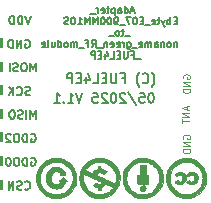
<source format=gbr>
%TF.GenerationSoftware,KiCad,Pcbnew,8.0.9-8.0.9-0~ubuntu22.04.1*%
%TF.CreationDate,2025-05-07T12:48:03+02:00*%
%TF.ProjectId,Adapter_EByte_E07_900MM10S_to_noname_green_RF_module_FUEL4EP,41646170-7465-4725-9f45-427974655f45,1.1*%
%TF.SameCoordinates,Original*%
%TF.FileFunction,Legend,Bot*%
%TF.FilePolarity,Positive*%
%FSLAX46Y46*%
G04 Gerber Fmt 4.6, Leading zero omitted, Abs format (unit mm)*
G04 Created by KiCad (PCBNEW 8.0.9-8.0.9-0~ubuntu22.04.1) date 2025-05-07 12:48:03*
%MOMM*%
%LPD*%
G01*
G04 APERTURE LIST*
G04 Aperture macros list*
%AMRoundRect*
0 Rectangle with rounded corners*
0 $1 Rounding radius*
0 $2 $3 $4 $5 $6 $7 $8 $9 X,Y pos of 4 corners*
0 Add a 4 corners polygon primitive as box body*
4,1,4,$2,$3,$4,$5,$6,$7,$8,$9,$2,$3,0*
0 Add four circle primitives for the rounded corners*
1,1,$1+$1,$2,$3*
1,1,$1+$1,$4,$5*
1,1,$1+$1,$6,$7*
1,1,$1+$1,$8,$9*
0 Add four rect primitives between the rounded corners*
20,1,$1+$1,$2,$3,$4,$5,0*
20,1,$1+$1,$4,$5,$6,$7,0*
20,1,$1+$1,$6,$7,$8,$9,0*
20,1,$1+$1,$8,$9,$2,$3,0*%
G04 Aperture macros list end*
%ADD10C,0.152400*%
%ADD11C,0.125000*%
%ADD12C,0.150000*%
%ADD13C,0.010000*%
%ADD14R,1.400000X1.400000*%
%ADD15RoundRect,0.300000X-0.400000X-0.400000X0.400000X-0.400000X0.400000X0.400000X-0.400000X0.400000X0*%
%ADD16R,1.600000X1.600000*%
G04 APERTURE END LIST*
D10*
X3366403Y13760258D02*
X3433070Y13793591D01*
X3433070Y13793591D02*
X3533070Y13793591D01*
X3533070Y13793591D02*
X3633070Y13760258D01*
X3633070Y13760258D02*
X3699737Y13693591D01*
X3699737Y13693591D02*
X3733070Y13626925D01*
X3733070Y13626925D02*
X3766403Y13493591D01*
X3766403Y13493591D02*
X3766403Y13393591D01*
X3766403Y13393591D02*
X3733070Y13260258D01*
X3733070Y13260258D02*
X3699737Y13193591D01*
X3699737Y13193591D02*
X3633070Y13126925D01*
X3633070Y13126925D02*
X3533070Y13093591D01*
X3533070Y13093591D02*
X3466403Y13093591D01*
X3466403Y13093591D02*
X3366403Y13126925D01*
X3366403Y13126925D02*
X3333070Y13160258D01*
X3333070Y13160258D02*
X3333070Y13393591D01*
X3333070Y13393591D02*
X3466403Y13393591D01*
X3033070Y13093591D02*
X3033070Y13793591D01*
X3033070Y13793591D02*
X2633070Y13093591D01*
X2633070Y13093591D02*
X2633070Y13793591D01*
X2299737Y13093591D02*
X2299737Y13793591D01*
X2299737Y13793591D02*
X2133070Y13793591D01*
X2133070Y13793591D02*
X2033070Y13760258D01*
X2033070Y13760258D02*
X1966404Y13693591D01*
X1966404Y13693591D02*
X1933070Y13626925D01*
X1933070Y13626925D02*
X1899737Y13493591D01*
X1899737Y13493591D02*
X1899737Y13393591D01*
X1899737Y13393591D02*
X1933070Y13260258D01*
X1933070Y13260258D02*
X1966404Y13193591D01*
X1966404Y13193591D02*
X2033070Y13126925D01*
X2033070Y13126925D02*
X2133070Y13093591D01*
X2133070Y13093591D02*
X2299737Y13093591D01*
X3333070Y1160258D02*
X3366403Y1126925D01*
X3366403Y1126925D02*
X3466403Y1093591D01*
X3466403Y1093591D02*
X3533070Y1093591D01*
X3533070Y1093591D02*
X3633070Y1126925D01*
X3633070Y1126925D02*
X3699737Y1193591D01*
X3699737Y1193591D02*
X3733070Y1260258D01*
X3733070Y1260258D02*
X3766403Y1393591D01*
X3766403Y1393591D02*
X3766403Y1493591D01*
X3766403Y1493591D02*
X3733070Y1626925D01*
X3733070Y1626925D02*
X3699737Y1693591D01*
X3699737Y1693591D02*
X3633070Y1760258D01*
X3633070Y1760258D02*
X3533070Y1793591D01*
X3533070Y1793591D02*
X3466403Y1793591D01*
X3466403Y1793591D02*
X3366403Y1760258D01*
X3366403Y1760258D02*
X3333070Y1726925D01*
X3066403Y1126925D02*
X2966403Y1093591D01*
X2966403Y1093591D02*
X2799737Y1093591D01*
X2799737Y1093591D02*
X2733070Y1126925D01*
X2733070Y1126925D02*
X2699737Y1160258D01*
X2699737Y1160258D02*
X2666403Y1226925D01*
X2666403Y1226925D02*
X2666403Y1293591D01*
X2666403Y1293591D02*
X2699737Y1360258D01*
X2699737Y1360258D02*
X2733070Y1393591D01*
X2733070Y1393591D02*
X2799737Y1426925D01*
X2799737Y1426925D02*
X2933070Y1460258D01*
X2933070Y1460258D02*
X2999737Y1493591D01*
X2999737Y1493591D02*
X3033070Y1526925D01*
X3033070Y1526925D02*
X3066403Y1593591D01*
X3066403Y1593591D02*
X3066403Y1660258D01*
X3066403Y1660258D02*
X3033070Y1726925D01*
X3033070Y1726925D02*
X2999737Y1760258D01*
X2999737Y1760258D02*
X2933070Y1793591D01*
X2933070Y1793591D02*
X2766403Y1793591D01*
X2766403Y1793591D02*
X2666403Y1760258D01*
X2366403Y1093591D02*
X2366403Y1793591D01*
X2366403Y1793591D02*
X1966403Y1093591D01*
X1966403Y1093591D02*
X1966403Y1793591D01*
X3866403Y3760258D02*
X3933070Y3793591D01*
X3933070Y3793591D02*
X4033070Y3793591D01*
X4033070Y3793591D02*
X4133070Y3760258D01*
X4133070Y3760258D02*
X4199737Y3693591D01*
X4199737Y3693591D02*
X4233070Y3626925D01*
X4233070Y3626925D02*
X4266403Y3493591D01*
X4266403Y3493591D02*
X4266403Y3393591D01*
X4266403Y3393591D02*
X4233070Y3260258D01*
X4233070Y3260258D02*
X4199737Y3193591D01*
X4199737Y3193591D02*
X4133070Y3126925D01*
X4133070Y3126925D02*
X4033070Y3093591D01*
X4033070Y3093591D02*
X3966403Y3093591D01*
X3966403Y3093591D02*
X3866403Y3126925D01*
X3866403Y3126925D02*
X3833070Y3160258D01*
X3833070Y3160258D02*
X3833070Y3393591D01*
X3833070Y3393591D02*
X3966403Y3393591D01*
X3533070Y3093591D02*
X3533070Y3793591D01*
X3533070Y3793591D02*
X3366403Y3793591D01*
X3366403Y3793591D02*
X3266403Y3760258D01*
X3266403Y3760258D02*
X3199737Y3693591D01*
X3199737Y3693591D02*
X3166403Y3626925D01*
X3166403Y3626925D02*
X3133070Y3493591D01*
X3133070Y3493591D02*
X3133070Y3393591D01*
X3133070Y3393591D02*
X3166403Y3260258D01*
X3166403Y3260258D02*
X3199737Y3193591D01*
X3199737Y3193591D02*
X3266403Y3126925D01*
X3266403Y3126925D02*
X3366403Y3093591D01*
X3366403Y3093591D02*
X3533070Y3093591D01*
X2699737Y3793591D02*
X2566403Y3793591D01*
X2566403Y3793591D02*
X2499737Y3760258D01*
X2499737Y3760258D02*
X2433070Y3693591D01*
X2433070Y3693591D02*
X2399737Y3560258D01*
X2399737Y3560258D02*
X2399737Y3326925D01*
X2399737Y3326925D02*
X2433070Y3193591D01*
X2433070Y3193591D02*
X2499737Y3126925D01*
X2499737Y3126925D02*
X2566403Y3093591D01*
X2566403Y3093591D02*
X2699737Y3093591D01*
X2699737Y3093591D02*
X2766403Y3126925D01*
X2766403Y3126925D02*
X2833070Y3193591D01*
X2833070Y3193591D02*
X2866403Y3326925D01*
X2866403Y3326925D02*
X2866403Y3560258D01*
X2866403Y3560258D02*
X2833070Y3693591D01*
X2833070Y3693591D02*
X2766403Y3760258D01*
X2766403Y3760258D02*
X2699737Y3793591D01*
X1966404Y3793591D02*
X1899737Y3793591D01*
X1899737Y3793591D02*
X1833070Y3760258D01*
X1833070Y3760258D02*
X1799737Y3726925D01*
X1799737Y3726925D02*
X1766404Y3660258D01*
X1766404Y3660258D02*
X1733070Y3526925D01*
X1733070Y3526925D02*
X1733070Y3360258D01*
X1733070Y3360258D02*
X1766404Y3226925D01*
X1766404Y3226925D02*
X1799737Y3160258D01*
X1799737Y3160258D02*
X1833070Y3126925D01*
X1833070Y3126925D02*
X1899737Y3093591D01*
X1899737Y3093591D02*
X1966404Y3093591D01*
X1966404Y3093591D02*
X2033070Y3126925D01*
X2033070Y3126925D02*
X2066404Y3160258D01*
X2066404Y3160258D02*
X2099737Y3226925D01*
X2099737Y3226925D02*
X2133070Y3360258D01*
X2133070Y3360258D02*
X2133070Y3526925D01*
X2133070Y3526925D02*
X2099737Y3660258D01*
X2099737Y3660258D02*
X2066404Y3726925D01*
X2066404Y3726925D02*
X2033070Y3760258D01*
X2033070Y3760258D02*
X1966404Y3793591D01*
X3833070Y15793591D02*
X3599737Y15093591D01*
X3599737Y15093591D02*
X3366403Y15793591D01*
X3133070Y15093591D02*
X3133070Y15793591D01*
X3133070Y15793591D02*
X2966403Y15793591D01*
X2966403Y15793591D02*
X2866403Y15760258D01*
X2866403Y15760258D02*
X2799737Y15693591D01*
X2799737Y15693591D02*
X2766403Y15626925D01*
X2766403Y15626925D02*
X2733070Y15493591D01*
X2733070Y15493591D02*
X2733070Y15393591D01*
X2733070Y15393591D02*
X2766403Y15260258D01*
X2766403Y15260258D02*
X2799737Y15193591D01*
X2799737Y15193591D02*
X2866403Y15126925D01*
X2866403Y15126925D02*
X2966403Y15093591D01*
X2966403Y15093591D02*
X3133070Y15093591D01*
X2433070Y15093591D02*
X2433070Y15793591D01*
X2433070Y15793591D02*
X2266403Y15793591D01*
X2266403Y15793591D02*
X2166403Y15760258D01*
X2166403Y15760258D02*
X2099737Y15693591D01*
X2099737Y15693591D02*
X2066403Y15626925D01*
X2066403Y15626925D02*
X2033070Y15493591D01*
X2033070Y15493591D02*
X2033070Y15393591D01*
X2033070Y15393591D02*
X2066403Y15260258D01*
X2066403Y15260258D02*
X2099737Y15193591D01*
X2099737Y15193591D02*
X2166403Y15126925D01*
X2166403Y15126925D02*
X2266403Y15093591D01*
X2266403Y15093591D02*
X2433070Y15093591D01*
X3866403Y5760258D02*
X3933070Y5793591D01*
X3933070Y5793591D02*
X4033070Y5793591D01*
X4033070Y5793591D02*
X4133070Y5760258D01*
X4133070Y5760258D02*
X4199737Y5693591D01*
X4199737Y5693591D02*
X4233070Y5626925D01*
X4233070Y5626925D02*
X4266403Y5493591D01*
X4266403Y5493591D02*
X4266403Y5393591D01*
X4266403Y5393591D02*
X4233070Y5260258D01*
X4233070Y5260258D02*
X4199737Y5193591D01*
X4199737Y5193591D02*
X4133070Y5126925D01*
X4133070Y5126925D02*
X4033070Y5093591D01*
X4033070Y5093591D02*
X3966403Y5093591D01*
X3966403Y5093591D02*
X3866403Y5126925D01*
X3866403Y5126925D02*
X3833070Y5160258D01*
X3833070Y5160258D02*
X3833070Y5393591D01*
X3833070Y5393591D02*
X3966403Y5393591D01*
X3533070Y5093591D02*
X3533070Y5793591D01*
X3533070Y5793591D02*
X3366403Y5793591D01*
X3366403Y5793591D02*
X3266403Y5760258D01*
X3266403Y5760258D02*
X3199737Y5693591D01*
X3199737Y5693591D02*
X3166403Y5626925D01*
X3166403Y5626925D02*
X3133070Y5493591D01*
X3133070Y5493591D02*
X3133070Y5393591D01*
X3133070Y5393591D02*
X3166403Y5260258D01*
X3166403Y5260258D02*
X3199737Y5193591D01*
X3199737Y5193591D02*
X3266403Y5126925D01*
X3266403Y5126925D02*
X3366403Y5093591D01*
X3366403Y5093591D02*
X3533070Y5093591D01*
X2699737Y5793591D02*
X2566403Y5793591D01*
X2566403Y5793591D02*
X2499737Y5760258D01*
X2499737Y5760258D02*
X2433070Y5693591D01*
X2433070Y5693591D02*
X2399737Y5560258D01*
X2399737Y5560258D02*
X2399737Y5326925D01*
X2399737Y5326925D02*
X2433070Y5193591D01*
X2433070Y5193591D02*
X2499737Y5126925D01*
X2499737Y5126925D02*
X2566403Y5093591D01*
X2566403Y5093591D02*
X2699737Y5093591D01*
X2699737Y5093591D02*
X2766403Y5126925D01*
X2766403Y5126925D02*
X2833070Y5193591D01*
X2833070Y5193591D02*
X2866403Y5326925D01*
X2866403Y5326925D02*
X2866403Y5560258D01*
X2866403Y5560258D02*
X2833070Y5693591D01*
X2833070Y5693591D02*
X2766403Y5760258D01*
X2766403Y5760258D02*
X2699737Y5793591D01*
X2133070Y5726925D02*
X2099737Y5760258D01*
X2099737Y5760258D02*
X2033070Y5793591D01*
X2033070Y5793591D02*
X1866404Y5793591D01*
X1866404Y5793591D02*
X1799737Y5760258D01*
X1799737Y5760258D02*
X1766404Y5726925D01*
X1766404Y5726925D02*
X1733070Y5660258D01*
X1733070Y5660258D02*
X1733070Y5593591D01*
X1733070Y5593591D02*
X1766404Y5493591D01*
X1766404Y5493591D02*
X2166404Y5093591D01*
X2166404Y5093591D02*
X1733070Y5093591D01*
D11*
X17099642Y8135714D02*
X17099642Y7850000D01*
X17271071Y8192857D02*
X16671071Y7992857D01*
X16671071Y7992857D02*
X17271071Y7792857D01*
X17271071Y7592856D02*
X16671071Y7592856D01*
X16671071Y7592856D02*
X17271071Y7249999D01*
X17271071Y7249999D02*
X16671071Y7249999D01*
X16671071Y7050000D02*
X16671071Y6707143D01*
X17271071Y6878571D02*
X16671071Y6878571D01*
D10*
X3766403Y9126925D02*
X3666403Y9093591D01*
X3666403Y9093591D02*
X3499737Y9093591D01*
X3499737Y9093591D02*
X3433070Y9126925D01*
X3433070Y9126925D02*
X3399737Y9160258D01*
X3399737Y9160258D02*
X3366403Y9226925D01*
X3366403Y9226925D02*
X3366403Y9293591D01*
X3366403Y9293591D02*
X3399737Y9360258D01*
X3399737Y9360258D02*
X3433070Y9393591D01*
X3433070Y9393591D02*
X3499737Y9426925D01*
X3499737Y9426925D02*
X3633070Y9460258D01*
X3633070Y9460258D02*
X3699737Y9493591D01*
X3699737Y9493591D02*
X3733070Y9526925D01*
X3733070Y9526925D02*
X3766403Y9593591D01*
X3766403Y9593591D02*
X3766403Y9660258D01*
X3766403Y9660258D02*
X3733070Y9726925D01*
X3733070Y9726925D02*
X3699737Y9760258D01*
X3699737Y9760258D02*
X3633070Y9793591D01*
X3633070Y9793591D02*
X3466403Y9793591D01*
X3466403Y9793591D02*
X3366403Y9760258D01*
X2666403Y9160258D02*
X2699736Y9126925D01*
X2699736Y9126925D02*
X2799736Y9093591D01*
X2799736Y9093591D02*
X2866403Y9093591D01*
X2866403Y9093591D02*
X2966403Y9126925D01*
X2966403Y9126925D02*
X3033070Y9193591D01*
X3033070Y9193591D02*
X3066403Y9260258D01*
X3066403Y9260258D02*
X3099736Y9393591D01*
X3099736Y9393591D02*
X3099736Y9493591D01*
X3099736Y9493591D02*
X3066403Y9626925D01*
X3066403Y9626925D02*
X3033070Y9693591D01*
X3033070Y9693591D02*
X2966403Y9760258D01*
X2966403Y9760258D02*
X2866403Y9793591D01*
X2866403Y9793591D02*
X2799736Y9793591D01*
X2799736Y9793591D02*
X2699736Y9760258D01*
X2699736Y9760258D02*
X2666403Y9726925D01*
X2366403Y9093591D02*
X2366403Y9793591D01*
X1966403Y9093591D02*
X2266403Y9493591D01*
X1966403Y9793591D02*
X2366403Y9393591D01*
X4257070Y11093591D02*
X4257070Y11793591D01*
X4257070Y11793591D02*
X4023737Y11293591D01*
X4023737Y11293591D02*
X3790403Y11793591D01*
X3790403Y11793591D02*
X3790403Y11093591D01*
X3323737Y11793591D02*
X3190403Y11793591D01*
X3190403Y11793591D02*
X3123737Y11760258D01*
X3123737Y11760258D02*
X3057070Y11693591D01*
X3057070Y11693591D02*
X3023737Y11560258D01*
X3023737Y11560258D02*
X3023737Y11326925D01*
X3023737Y11326925D02*
X3057070Y11193591D01*
X3057070Y11193591D02*
X3123737Y11126925D01*
X3123737Y11126925D02*
X3190403Y11093591D01*
X3190403Y11093591D02*
X3323737Y11093591D01*
X3323737Y11093591D02*
X3390403Y11126925D01*
X3390403Y11126925D02*
X3457070Y11193591D01*
X3457070Y11193591D02*
X3490403Y11326925D01*
X3490403Y11326925D02*
X3490403Y11560258D01*
X3490403Y11560258D02*
X3457070Y11693591D01*
X3457070Y11693591D02*
X3390403Y11760258D01*
X3390403Y11760258D02*
X3323737Y11793591D01*
X2757070Y11126925D02*
X2657070Y11093591D01*
X2657070Y11093591D02*
X2490404Y11093591D01*
X2490404Y11093591D02*
X2423737Y11126925D01*
X2423737Y11126925D02*
X2390404Y11160258D01*
X2390404Y11160258D02*
X2357070Y11226925D01*
X2357070Y11226925D02*
X2357070Y11293591D01*
X2357070Y11293591D02*
X2390404Y11360258D01*
X2390404Y11360258D02*
X2423737Y11393591D01*
X2423737Y11393591D02*
X2490404Y11426925D01*
X2490404Y11426925D02*
X2623737Y11460258D01*
X2623737Y11460258D02*
X2690404Y11493591D01*
X2690404Y11493591D02*
X2723737Y11526925D01*
X2723737Y11526925D02*
X2757070Y11593591D01*
X2757070Y11593591D02*
X2757070Y11660258D01*
X2757070Y11660258D02*
X2723737Y11726925D01*
X2723737Y11726925D02*
X2690404Y11760258D01*
X2690404Y11760258D02*
X2623737Y11793591D01*
X2623737Y11793591D02*
X2457070Y11793591D01*
X2457070Y11793591D02*
X2357070Y11760258D01*
X2057070Y11093591D02*
X2057070Y11793591D01*
D11*
X16749642Y5407142D02*
X16721071Y5464285D01*
X16721071Y5464285D02*
X16721071Y5549999D01*
X16721071Y5549999D02*
X16749642Y5635713D01*
X16749642Y5635713D02*
X16806785Y5692856D01*
X16806785Y5692856D02*
X16863928Y5721427D01*
X16863928Y5721427D02*
X16978214Y5749999D01*
X16978214Y5749999D02*
X17063928Y5749999D01*
X17063928Y5749999D02*
X17178214Y5721427D01*
X17178214Y5721427D02*
X17235357Y5692856D01*
X17235357Y5692856D02*
X17292500Y5635713D01*
X17292500Y5635713D02*
X17321071Y5549999D01*
X17321071Y5549999D02*
X17321071Y5492856D01*
X17321071Y5492856D02*
X17292500Y5407142D01*
X17292500Y5407142D02*
X17263928Y5378570D01*
X17263928Y5378570D02*
X17063928Y5378570D01*
X17063928Y5378570D02*
X17063928Y5492856D01*
X17321071Y5121427D02*
X16721071Y5121427D01*
X16721071Y5121427D02*
X17321071Y4778570D01*
X17321071Y4778570D02*
X16721071Y4778570D01*
X17321071Y4492856D02*
X16721071Y4492856D01*
X16721071Y4492856D02*
X16721071Y4349999D01*
X16721071Y4349999D02*
X16749642Y4264285D01*
X16749642Y4264285D02*
X16806785Y4207142D01*
X16806785Y4207142D02*
X16863928Y4178571D01*
X16863928Y4178571D02*
X16978214Y4149999D01*
X16978214Y4149999D02*
X17063928Y4149999D01*
X17063928Y4149999D02*
X17178214Y4178571D01*
X17178214Y4178571D02*
X17235357Y4207142D01*
X17235357Y4207142D02*
X17292500Y4264285D01*
X17292500Y4264285D02*
X17321071Y4349999D01*
X17321071Y4349999D02*
X17321071Y4492856D01*
D10*
X14073984Y9797758D02*
X14112689Y9836462D01*
X14112689Y9836462D02*
X14190098Y9952577D01*
X14190098Y9952577D02*
X14228803Y10029986D01*
X14228803Y10029986D02*
X14267508Y10146101D01*
X14267508Y10146101D02*
X14306213Y10339624D01*
X14306213Y10339624D02*
X14306213Y10494443D01*
X14306213Y10494443D02*
X14267508Y10687967D01*
X14267508Y10687967D02*
X14228803Y10804081D01*
X14228803Y10804081D02*
X14190098Y10881491D01*
X14190098Y10881491D02*
X14112689Y10997605D01*
X14112689Y10997605D02*
X14073984Y11036310D01*
X13299889Y10184805D02*
X13338593Y10146101D01*
X13338593Y10146101D02*
X13454708Y10107396D01*
X13454708Y10107396D02*
X13532117Y10107396D01*
X13532117Y10107396D02*
X13648231Y10146101D01*
X13648231Y10146101D02*
X13725641Y10223510D01*
X13725641Y10223510D02*
X13764346Y10300920D01*
X13764346Y10300920D02*
X13803050Y10455739D01*
X13803050Y10455739D02*
X13803050Y10571853D01*
X13803050Y10571853D02*
X13764346Y10726672D01*
X13764346Y10726672D02*
X13725641Y10804081D01*
X13725641Y10804081D02*
X13648231Y10881491D01*
X13648231Y10881491D02*
X13532117Y10920196D01*
X13532117Y10920196D02*
X13454708Y10920196D01*
X13454708Y10920196D02*
X13338593Y10881491D01*
X13338593Y10881491D02*
X13299889Y10842786D01*
X13028955Y9797758D02*
X12990250Y9836462D01*
X12990250Y9836462D02*
X12912841Y9952577D01*
X12912841Y9952577D02*
X12874136Y10029986D01*
X12874136Y10029986D02*
X12835431Y10146101D01*
X12835431Y10146101D02*
X12796727Y10339624D01*
X12796727Y10339624D02*
X12796727Y10494443D01*
X12796727Y10494443D02*
X12835431Y10687967D01*
X12835431Y10687967D02*
X12874136Y10804081D01*
X12874136Y10804081D02*
X12912841Y10881491D01*
X12912841Y10881491D02*
X12990250Y10997605D01*
X12990250Y10997605D02*
X13028955Y11036310D01*
X11519469Y10533148D02*
X11790403Y10533148D01*
X11790403Y10107396D02*
X11790403Y10920196D01*
X11790403Y10920196D02*
X11403355Y10920196D01*
X11093717Y10920196D02*
X11093717Y10262215D01*
X11093717Y10262215D02*
X11055012Y10184805D01*
X11055012Y10184805D02*
X11016307Y10146101D01*
X11016307Y10146101D02*
X10938898Y10107396D01*
X10938898Y10107396D02*
X10784079Y10107396D01*
X10784079Y10107396D02*
X10706669Y10146101D01*
X10706669Y10146101D02*
X10667964Y10184805D01*
X10667964Y10184805D02*
X10629260Y10262215D01*
X10629260Y10262215D02*
X10629260Y10920196D01*
X10242212Y10533148D02*
X9971278Y10533148D01*
X9855164Y10107396D02*
X10242212Y10107396D01*
X10242212Y10107396D02*
X10242212Y10920196D01*
X10242212Y10920196D02*
X9855164Y10920196D01*
X9119774Y10107396D02*
X9506822Y10107396D01*
X9506822Y10107396D02*
X9506822Y10920196D01*
X8500498Y10649262D02*
X8500498Y10107396D01*
X8694022Y10958901D02*
X8887545Y10378329D01*
X8887545Y10378329D02*
X8384384Y10378329D01*
X8074746Y10533148D02*
X7803812Y10533148D01*
X7687698Y10107396D02*
X8074746Y10107396D01*
X8074746Y10107396D02*
X8074746Y10920196D01*
X8074746Y10920196D02*
X7687698Y10920196D01*
X7339356Y10107396D02*
X7339356Y10920196D01*
X7339356Y10920196D02*
X7029718Y10920196D01*
X7029718Y10920196D02*
X6952308Y10881491D01*
X6952308Y10881491D02*
X6913603Y10842786D01*
X6913603Y10842786D02*
X6874899Y10765377D01*
X6874899Y10765377D02*
X6874899Y10649262D01*
X6874899Y10649262D02*
X6913603Y10571853D01*
X6913603Y10571853D02*
X6952308Y10533148D01*
X6952308Y10533148D02*
X7029718Y10494443D01*
X7029718Y10494443D02*
X7339356Y10494443D01*
X4257070Y7093591D02*
X4257070Y7793591D01*
X4257070Y7793591D02*
X4023737Y7293591D01*
X4023737Y7293591D02*
X3790403Y7793591D01*
X3790403Y7793591D02*
X3790403Y7093591D01*
X3457070Y7093591D02*
X3457070Y7793591D01*
X3157070Y7126925D02*
X3057070Y7093591D01*
X3057070Y7093591D02*
X2890404Y7093591D01*
X2890404Y7093591D02*
X2823737Y7126925D01*
X2823737Y7126925D02*
X2790404Y7160258D01*
X2790404Y7160258D02*
X2757070Y7226925D01*
X2757070Y7226925D02*
X2757070Y7293591D01*
X2757070Y7293591D02*
X2790404Y7360258D01*
X2790404Y7360258D02*
X2823737Y7393591D01*
X2823737Y7393591D02*
X2890404Y7426925D01*
X2890404Y7426925D02*
X3023737Y7460258D01*
X3023737Y7460258D02*
X3090404Y7493591D01*
X3090404Y7493591D02*
X3123737Y7526925D01*
X3123737Y7526925D02*
X3157070Y7593591D01*
X3157070Y7593591D02*
X3157070Y7660258D01*
X3157070Y7660258D02*
X3123737Y7726925D01*
X3123737Y7726925D02*
X3090404Y7760258D01*
X3090404Y7760258D02*
X3023737Y7793591D01*
X3023737Y7793591D02*
X2857070Y7793591D01*
X2857070Y7793591D02*
X2757070Y7760258D01*
X2323737Y7793591D02*
X2190403Y7793591D01*
X2190403Y7793591D02*
X2123737Y7760258D01*
X2123737Y7760258D02*
X2057070Y7693591D01*
X2057070Y7693591D02*
X2023737Y7560258D01*
X2023737Y7560258D02*
X2023737Y7326925D01*
X2023737Y7326925D02*
X2057070Y7193591D01*
X2057070Y7193591D02*
X2123737Y7126925D01*
X2123737Y7126925D02*
X2190403Y7093591D01*
X2190403Y7093591D02*
X2323737Y7093591D01*
X2323737Y7093591D02*
X2390403Y7126925D01*
X2390403Y7126925D02*
X2457070Y7193591D01*
X2457070Y7193591D02*
X2490403Y7326925D01*
X2490403Y7326925D02*
X2490403Y7560258D01*
X2490403Y7560258D02*
X2457070Y7693591D01*
X2457070Y7693591D02*
X2390403Y7760258D01*
X2390403Y7760258D02*
X2323737Y7793591D01*
X14051394Y9270196D02*
X13973984Y9270196D01*
X13973984Y9270196D02*
X13896575Y9231491D01*
X13896575Y9231491D02*
X13857870Y9192786D01*
X13857870Y9192786D02*
X13819165Y9115377D01*
X13819165Y9115377D02*
X13780460Y8960558D01*
X13780460Y8960558D02*
X13780460Y8767034D01*
X13780460Y8767034D02*
X13819165Y8612215D01*
X13819165Y8612215D02*
X13857870Y8534805D01*
X13857870Y8534805D02*
X13896575Y8496101D01*
X13896575Y8496101D02*
X13973984Y8457396D01*
X13973984Y8457396D02*
X14051394Y8457396D01*
X14051394Y8457396D02*
X14128803Y8496101D01*
X14128803Y8496101D02*
X14167508Y8534805D01*
X14167508Y8534805D02*
X14206213Y8612215D01*
X14206213Y8612215D02*
X14244917Y8767034D01*
X14244917Y8767034D02*
X14244917Y8960558D01*
X14244917Y8960558D02*
X14206213Y9115377D01*
X14206213Y9115377D02*
X14167508Y9192786D01*
X14167508Y9192786D02*
X14128803Y9231491D01*
X14128803Y9231491D02*
X14051394Y9270196D01*
X13045070Y9270196D02*
X13432118Y9270196D01*
X13432118Y9270196D02*
X13470822Y8883148D01*
X13470822Y8883148D02*
X13432118Y8921853D01*
X13432118Y8921853D02*
X13354708Y8960558D01*
X13354708Y8960558D02*
X13161184Y8960558D01*
X13161184Y8960558D02*
X13083775Y8921853D01*
X13083775Y8921853D02*
X13045070Y8883148D01*
X13045070Y8883148D02*
X13006365Y8805739D01*
X13006365Y8805739D02*
X13006365Y8612215D01*
X13006365Y8612215D02*
X13045070Y8534805D01*
X13045070Y8534805D02*
X13083775Y8496101D01*
X13083775Y8496101D02*
X13161184Y8457396D01*
X13161184Y8457396D02*
X13354708Y8457396D01*
X13354708Y8457396D02*
X13432118Y8496101D01*
X13432118Y8496101D02*
X13470822Y8534805D01*
X12077451Y9308901D02*
X12774137Y8263872D01*
X11845222Y9192786D02*
X11806518Y9231491D01*
X11806518Y9231491D02*
X11729108Y9270196D01*
X11729108Y9270196D02*
X11535584Y9270196D01*
X11535584Y9270196D02*
X11458175Y9231491D01*
X11458175Y9231491D02*
X11419470Y9192786D01*
X11419470Y9192786D02*
X11380765Y9115377D01*
X11380765Y9115377D02*
X11380765Y9037967D01*
X11380765Y9037967D02*
X11419470Y8921853D01*
X11419470Y8921853D02*
X11883927Y8457396D01*
X11883927Y8457396D02*
X11380765Y8457396D01*
X10877604Y9270196D02*
X10800194Y9270196D01*
X10800194Y9270196D02*
X10722785Y9231491D01*
X10722785Y9231491D02*
X10684080Y9192786D01*
X10684080Y9192786D02*
X10645375Y9115377D01*
X10645375Y9115377D02*
X10606670Y8960558D01*
X10606670Y8960558D02*
X10606670Y8767034D01*
X10606670Y8767034D02*
X10645375Y8612215D01*
X10645375Y8612215D02*
X10684080Y8534805D01*
X10684080Y8534805D02*
X10722785Y8496101D01*
X10722785Y8496101D02*
X10800194Y8457396D01*
X10800194Y8457396D02*
X10877604Y8457396D01*
X10877604Y8457396D02*
X10955013Y8496101D01*
X10955013Y8496101D02*
X10993718Y8534805D01*
X10993718Y8534805D02*
X11032423Y8612215D01*
X11032423Y8612215D02*
X11071127Y8767034D01*
X11071127Y8767034D02*
X11071127Y8960558D01*
X11071127Y8960558D02*
X11032423Y9115377D01*
X11032423Y9115377D02*
X10993718Y9192786D01*
X10993718Y9192786D02*
X10955013Y9231491D01*
X10955013Y9231491D02*
X10877604Y9270196D01*
X10297032Y9192786D02*
X10258328Y9231491D01*
X10258328Y9231491D02*
X10180918Y9270196D01*
X10180918Y9270196D02*
X9987394Y9270196D01*
X9987394Y9270196D02*
X9909985Y9231491D01*
X9909985Y9231491D02*
X9871280Y9192786D01*
X9871280Y9192786D02*
X9832575Y9115377D01*
X9832575Y9115377D02*
X9832575Y9037967D01*
X9832575Y9037967D02*
X9871280Y8921853D01*
X9871280Y8921853D02*
X10335737Y8457396D01*
X10335737Y8457396D02*
X9832575Y8457396D01*
X9097185Y9270196D02*
X9484233Y9270196D01*
X9484233Y9270196D02*
X9522937Y8883148D01*
X9522937Y8883148D02*
X9484233Y8921853D01*
X9484233Y8921853D02*
X9406823Y8960558D01*
X9406823Y8960558D02*
X9213299Y8960558D01*
X9213299Y8960558D02*
X9135890Y8921853D01*
X9135890Y8921853D02*
X9097185Y8883148D01*
X9097185Y8883148D02*
X9058480Y8805739D01*
X9058480Y8805739D02*
X9058480Y8612215D01*
X9058480Y8612215D02*
X9097185Y8534805D01*
X9097185Y8534805D02*
X9135890Y8496101D01*
X9135890Y8496101D02*
X9213299Y8457396D01*
X9213299Y8457396D02*
X9406823Y8457396D01*
X9406823Y8457396D02*
X9484233Y8496101D01*
X9484233Y8496101D02*
X9522937Y8534805D01*
X8206976Y9270196D02*
X7936043Y8457396D01*
X7936043Y8457396D02*
X7665109Y9270196D01*
X6968423Y8457396D02*
X7432880Y8457396D01*
X7200652Y8457396D02*
X7200652Y9270196D01*
X7200652Y9270196D02*
X7278061Y9154081D01*
X7278061Y9154081D02*
X7355471Y9076672D01*
X7355471Y9076672D02*
X7432880Y9037967D01*
X6620081Y8534805D02*
X6581376Y8496101D01*
X6581376Y8496101D02*
X6620081Y8457396D01*
X6620081Y8457396D02*
X6658785Y8496101D01*
X6658785Y8496101D02*
X6620081Y8534805D01*
X6620081Y8534805D02*
X6620081Y8457396D01*
X5807280Y8457396D02*
X6271737Y8457396D01*
X6039509Y8457396D02*
X6039509Y9270196D01*
X6039509Y9270196D02*
X6116918Y9154081D01*
X6116918Y9154081D02*
X6194328Y9076672D01*
X6194328Y9076672D02*
X6271737Y9037967D01*
D11*
X16749642Y10507142D02*
X16721071Y10564285D01*
X16721071Y10564285D02*
X16721071Y10649999D01*
X16721071Y10649999D02*
X16749642Y10735713D01*
X16749642Y10735713D02*
X16806785Y10792856D01*
X16806785Y10792856D02*
X16863928Y10821427D01*
X16863928Y10821427D02*
X16978214Y10849999D01*
X16978214Y10849999D02*
X17063928Y10849999D01*
X17063928Y10849999D02*
X17178214Y10821427D01*
X17178214Y10821427D02*
X17235357Y10792856D01*
X17235357Y10792856D02*
X17292500Y10735713D01*
X17292500Y10735713D02*
X17321071Y10649999D01*
X17321071Y10649999D02*
X17321071Y10592856D01*
X17321071Y10592856D02*
X17292500Y10507142D01*
X17292500Y10507142D02*
X17263928Y10478570D01*
X17263928Y10478570D02*
X17063928Y10478570D01*
X17063928Y10478570D02*
X17063928Y10592856D01*
X17321071Y10221427D02*
X16721071Y10221427D01*
X16721071Y10221427D02*
X17321071Y9878570D01*
X17321071Y9878570D02*
X16721071Y9878570D01*
X17321071Y9592856D02*
X16721071Y9592856D01*
X16721071Y9592856D02*
X16721071Y9449999D01*
X16721071Y9449999D02*
X16749642Y9364285D01*
X16749642Y9364285D02*
X16806785Y9307142D01*
X16806785Y9307142D02*
X16863928Y9278571D01*
X16863928Y9278571D02*
X16978214Y9249999D01*
X16978214Y9249999D02*
X17063928Y9249999D01*
X17063928Y9249999D02*
X17178214Y9278571D01*
X17178214Y9278571D02*
X17235357Y9307142D01*
X17235357Y9307142D02*
X17292500Y9364285D01*
X17292500Y9364285D02*
X17321071Y9449999D01*
X17321071Y9449999D02*
X17321071Y9592856D01*
D12*
X12579886Y16216521D02*
X12294172Y16216521D01*
X12637029Y16045092D02*
X12437029Y16645092D01*
X12437029Y16645092D02*
X12237029Y16045092D01*
X11779886Y16045092D02*
X11779886Y16645092D01*
X11779886Y16073664D02*
X11837028Y16045092D01*
X11837028Y16045092D02*
X11951314Y16045092D01*
X11951314Y16045092D02*
X12008457Y16073664D01*
X12008457Y16073664D02*
X12037028Y16102235D01*
X12037028Y16102235D02*
X12065600Y16159378D01*
X12065600Y16159378D02*
X12065600Y16330806D01*
X12065600Y16330806D02*
X12037028Y16387949D01*
X12037028Y16387949D02*
X12008457Y16416521D01*
X12008457Y16416521D02*
X11951314Y16445092D01*
X11951314Y16445092D02*
X11837028Y16445092D01*
X11837028Y16445092D02*
X11779886Y16416521D01*
X11237029Y16045092D02*
X11237029Y16359378D01*
X11237029Y16359378D02*
X11265600Y16416521D01*
X11265600Y16416521D02*
X11322743Y16445092D01*
X11322743Y16445092D02*
X11437029Y16445092D01*
X11437029Y16445092D02*
X11494171Y16416521D01*
X11237029Y16073664D02*
X11294171Y16045092D01*
X11294171Y16045092D02*
X11437029Y16045092D01*
X11437029Y16045092D02*
X11494171Y16073664D01*
X11494171Y16073664D02*
X11522743Y16130806D01*
X11522743Y16130806D02*
X11522743Y16187949D01*
X11522743Y16187949D02*
X11494171Y16245092D01*
X11494171Y16245092D02*
X11437029Y16273664D01*
X11437029Y16273664D02*
X11294171Y16273664D01*
X11294171Y16273664D02*
X11237029Y16302235D01*
X10951314Y16445092D02*
X10951314Y15845092D01*
X10951314Y16416521D02*
X10894172Y16445092D01*
X10894172Y16445092D02*
X10779886Y16445092D01*
X10779886Y16445092D02*
X10722743Y16416521D01*
X10722743Y16416521D02*
X10694172Y16387949D01*
X10694172Y16387949D02*
X10665600Y16330806D01*
X10665600Y16330806D02*
X10665600Y16159378D01*
X10665600Y16159378D02*
X10694172Y16102235D01*
X10694172Y16102235D02*
X10722743Y16073664D01*
X10722743Y16073664D02*
X10779886Y16045092D01*
X10779886Y16045092D02*
X10894172Y16045092D01*
X10894172Y16045092D02*
X10951314Y16073664D01*
X10494172Y16445092D02*
X10265600Y16445092D01*
X10408457Y16645092D02*
X10408457Y16130806D01*
X10408457Y16130806D02*
X10379886Y16073664D01*
X10379886Y16073664D02*
X10322743Y16045092D01*
X10322743Y16045092D02*
X10265600Y16045092D01*
X9837029Y16073664D02*
X9894172Y16045092D01*
X9894172Y16045092D02*
X10008458Y16045092D01*
X10008458Y16045092D02*
X10065600Y16073664D01*
X10065600Y16073664D02*
X10094172Y16130806D01*
X10094172Y16130806D02*
X10094172Y16359378D01*
X10094172Y16359378D02*
X10065600Y16416521D01*
X10065600Y16416521D02*
X10008458Y16445092D01*
X10008458Y16445092D02*
X9894172Y16445092D01*
X9894172Y16445092D02*
X9837029Y16416521D01*
X9837029Y16416521D02*
X9808458Y16359378D01*
X9808458Y16359378D02*
X9808458Y16302235D01*
X9808458Y16302235D02*
X10094172Y16245092D01*
X9551314Y16045092D02*
X9551314Y16445092D01*
X9551314Y16330806D02*
X9522743Y16387949D01*
X9522743Y16387949D02*
X9494172Y16416521D01*
X9494172Y16416521D02*
X9437029Y16445092D01*
X9437029Y16445092D02*
X9379886Y16445092D01*
X9322743Y15987949D02*
X8865600Y15987949D01*
X16208458Y15393412D02*
X16008458Y15393412D01*
X15922744Y15079126D02*
X16208458Y15079126D01*
X16208458Y15079126D02*
X16208458Y15679126D01*
X16208458Y15679126D02*
X15922744Y15679126D01*
X15665601Y15079126D02*
X15665601Y15679126D01*
X15665601Y15450555D02*
X15608459Y15479126D01*
X15608459Y15479126D02*
X15494173Y15479126D01*
X15494173Y15479126D02*
X15437030Y15450555D01*
X15437030Y15450555D02*
X15408459Y15421983D01*
X15408459Y15421983D02*
X15379887Y15364840D01*
X15379887Y15364840D02*
X15379887Y15193412D01*
X15379887Y15193412D02*
X15408459Y15136269D01*
X15408459Y15136269D02*
X15437030Y15107698D01*
X15437030Y15107698D02*
X15494173Y15079126D01*
X15494173Y15079126D02*
X15608459Y15079126D01*
X15608459Y15079126D02*
X15665601Y15107698D01*
X15179887Y15479126D02*
X15037030Y15079126D01*
X14894173Y15479126D02*
X15037030Y15079126D01*
X15037030Y15079126D02*
X15094173Y14936269D01*
X15094173Y14936269D02*
X15122744Y14907698D01*
X15122744Y14907698D02*
X15179887Y14879126D01*
X14751316Y15479126D02*
X14522744Y15479126D01*
X14665601Y15679126D02*
X14665601Y15164840D01*
X14665601Y15164840D02*
X14637030Y15107698D01*
X14637030Y15107698D02*
X14579887Y15079126D01*
X14579887Y15079126D02*
X14522744Y15079126D01*
X14094173Y15107698D02*
X14151316Y15079126D01*
X14151316Y15079126D02*
X14265602Y15079126D01*
X14265602Y15079126D02*
X14322744Y15107698D01*
X14322744Y15107698D02*
X14351316Y15164840D01*
X14351316Y15164840D02*
X14351316Y15393412D01*
X14351316Y15393412D02*
X14322744Y15450555D01*
X14322744Y15450555D02*
X14265602Y15479126D01*
X14265602Y15479126D02*
X14151316Y15479126D01*
X14151316Y15479126D02*
X14094173Y15450555D01*
X14094173Y15450555D02*
X14065602Y15393412D01*
X14065602Y15393412D02*
X14065602Y15336269D01*
X14065602Y15336269D02*
X14351316Y15279126D01*
X13951316Y15021983D02*
X13494173Y15021983D01*
X13351315Y15393412D02*
X13151315Y15393412D01*
X13065601Y15079126D02*
X13351315Y15079126D01*
X13351315Y15079126D02*
X13351315Y15679126D01*
X13351315Y15679126D02*
X13065601Y15679126D01*
X12694173Y15679126D02*
X12637030Y15679126D01*
X12637030Y15679126D02*
X12579887Y15650555D01*
X12579887Y15650555D02*
X12551316Y15621983D01*
X12551316Y15621983D02*
X12522744Y15564840D01*
X12522744Y15564840D02*
X12494173Y15450555D01*
X12494173Y15450555D02*
X12494173Y15307698D01*
X12494173Y15307698D02*
X12522744Y15193412D01*
X12522744Y15193412D02*
X12551316Y15136269D01*
X12551316Y15136269D02*
X12579887Y15107698D01*
X12579887Y15107698D02*
X12637030Y15079126D01*
X12637030Y15079126D02*
X12694173Y15079126D01*
X12694173Y15079126D02*
X12751316Y15107698D01*
X12751316Y15107698D02*
X12779887Y15136269D01*
X12779887Y15136269D02*
X12808458Y15193412D01*
X12808458Y15193412D02*
X12837030Y15307698D01*
X12837030Y15307698D02*
X12837030Y15450555D01*
X12837030Y15450555D02*
X12808458Y15564840D01*
X12808458Y15564840D02*
X12779887Y15621983D01*
X12779887Y15621983D02*
X12751316Y15650555D01*
X12751316Y15650555D02*
X12694173Y15679126D01*
X12294172Y15679126D02*
X11894172Y15679126D01*
X11894172Y15679126D02*
X12151315Y15079126D01*
X11808458Y15021983D02*
X11351315Y15021983D01*
X11179886Y15079126D02*
X11065600Y15079126D01*
X11065600Y15079126D02*
X11008457Y15107698D01*
X11008457Y15107698D02*
X10979886Y15136269D01*
X10979886Y15136269D02*
X10922743Y15221983D01*
X10922743Y15221983D02*
X10894172Y15336269D01*
X10894172Y15336269D02*
X10894172Y15564840D01*
X10894172Y15564840D02*
X10922743Y15621983D01*
X10922743Y15621983D02*
X10951315Y15650555D01*
X10951315Y15650555D02*
X11008457Y15679126D01*
X11008457Y15679126D02*
X11122743Y15679126D01*
X11122743Y15679126D02*
X11179886Y15650555D01*
X11179886Y15650555D02*
X11208457Y15621983D01*
X11208457Y15621983D02*
X11237029Y15564840D01*
X11237029Y15564840D02*
X11237029Y15421983D01*
X11237029Y15421983D02*
X11208457Y15364840D01*
X11208457Y15364840D02*
X11179886Y15336269D01*
X11179886Y15336269D02*
X11122743Y15307698D01*
X11122743Y15307698D02*
X11008457Y15307698D01*
X11008457Y15307698D02*
X10951315Y15336269D01*
X10951315Y15336269D02*
X10922743Y15364840D01*
X10922743Y15364840D02*
X10894172Y15421983D01*
X10522743Y15679126D02*
X10465600Y15679126D01*
X10465600Y15679126D02*
X10408457Y15650555D01*
X10408457Y15650555D02*
X10379886Y15621983D01*
X10379886Y15621983D02*
X10351314Y15564840D01*
X10351314Y15564840D02*
X10322743Y15450555D01*
X10322743Y15450555D02*
X10322743Y15307698D01*
X10322743Y15307698D02*
X10351314Y15193412D01*
X10351314Y15193412D02*
X10379886Y15136269D01*
X10379886Y15136269D02*
X10408457Y15107698D01*
X10408457Y15107698D02*
X10465600Y15079126D01*
X10465600Y15079126D02*
X10522743Y15079126D01*
X10522743Y15079126D02*
X10579886Y15107698D01*
X10579886Y15107698D02*
X10608457Y15136269D01*
X10608457Y15136269D02*
X10637028Y15193412D01*
X10637028Y15193412D02*
X10665600Y15307698D01*
X10665600Y15307698D02*
X10665600Y15450555D01*
X10665600Y15450555D02*
X10637028Y15564840D01*
X10637028Y15564840D02*
X10608457Y15621983D01*
X10608457Y15621983D02*
X10579886Y15650555D01*
X10579886Y15650555D02*
X10522743Y15679126D01*
X9951314Y15679126D02*
X9894171Y15679126D01*
X9894171Y15679126D02*
X9837028Y15650555D01*
X9837028Y15650555D02*
X9808457Y15621983D01*
X9808457Y15621983D02*
X9779885Y15564840D01*
X9779885Y15564840D02*
X9751314Y15450555D01*
X9751314Y15450555D02*
X9751314Y15307698D01*
X9751314Y15307698D02*
X9779885Y15193412D01*
X9779885Y15193412D02*
X9808457Y15136269D01*
X9808457Y15136269D02*
X9837028Y15107698D01*
X9837028Y15107698D02*
X9894171Y15079126D01*
X9894171Y15079126D02*
X9951314Y15079126D01*
X9951314Y15079126D02*
X10008457Y15107698D01*
X10008457Y15107698D02*
X10037028Y15136269D01*
X10037028Y15136269D02*
X10065599Y15193412D01*
X10065599Y15193412D02*
X10094171Y15307698D01*
X10094171Y15307698D02*
X10094171Y15450555D01*
X10094171Y15450555D02*
X10065599Y15564840D01*
X10065599Y15564840D02*
X10037028Y15621983D01*
X10037028Y15621983D02*
X10008457Y15650555D01*
X10008457Y15650555D02*
X9951314Y15679126D01*
X9494170Y15079126D02*
X9494170Y15679126D01*
X9494170Y15679126D02*
X9294170Y15250555D01*
X9294170Y15250555D02*
X9094170Y15679126D01*
X9094170Y15679126D02*
X9094170Y15079126D01*
X8808456Y15079126D02*
X8808456Y15679126D01*
X8808456Y15679126D02*
X8608456Y15250555D01*
X8608456Y15250555D02*
X8408456Y15679126D01*
X8408456Y15679126D02*
X8408456Y15079126D01*
X7808457Y15079126D02*
X8151314Y15079126D01*
X7979885Y15079126D02*
X7979885Y15679126D01*
X7979885Y15679126D02*
X8037028Y15593412D01*
X8037028Y15593412D02*
X8094171Y15536269D01*
X8094171Y15536269D02*
X8151314Y15507698D01*
X7437028Y15679126D02*
X7379885Y15679126D01*
X7379885Y15679126D02*
X7322742Y15650555D01*
X7322742Y15650555D02*
X7294171Y15621983D01*
X7294171Y15621983D02*
X7265599Y15564840D01*
X7265599Y15564840D02*
X7237028Y15450555D01*
X7237028Y15450555D02*
X7237028Y15307698D01*
X7237028Y15307698D02*
X7265599Y15193412D01*
X7265599Y15193412D02*
X7294171Y15136269D01*
X7294171Y15136269D02*
X7322742Y15107698D01*
X7322742Y15107698D02*
X7379885Y15079126D01*
X7379885Y15079126D02*
X7437028Y15079126D01*
X7437028Y15079126D02*
X7494171Y15107698D01*
X7494171Y15107698D02*
X7522742Y15136269D01*
X7522742Y15136269D02*
X7551313Y15193412D01*
X7551313Y15193412D02*
X7579885Y15307698D01*
X7579885Y15307698D02*
X7579885Y15450555D01*
X7579885Y15450555D02*
X7551313Y15564840D01*
X7551313Y15564840D02*
X7522742Y15621983D01*
X7522742Y15621983D02*
X7494171Y15650555D01*
X7494171Y15650555D02*
X7437028Y15679126D01*
X7008456Y15107698D02*
X6922742Y15079126D01*
X6922742Y15079126D02*
X6779884Y15079126D01*
X6779884Y15079126D02*
X6722742Y15107698D01*
X6722742Y15107698D02*
X6694170Y15136269D01*
X6694170Y15136269D02*
X6665599Y15193412D01*
X6665599Y15193412D02*
X6665599Y15250555D01*
X6665599Y15250555D02*
X6694170Y15307698D01*
X6694170Y15307698D02*
X6722742Y15336269D01*
X6722742Y15336269D02*
X6779884Y15364840D01*
X6779884Y15364840D02*
X6894170Y15393412D01*
X6894170Y15393412D02*
X6951313Y15421983D01*
X6951313Y15421983D02*
X6979884Y15450555D01*
X6979884Y15450555D02*
X7008456Y15507698D01*
X7008456Y15507698D02*
X7008456Y15564840D01*
X7008456Y15564840D02*
X6979884Y15621983D01*
X6979884Y15621983D02*
X6951313Y15650555D01*
X6951313Y15650555D02*
X6894170Y15679126D01*
X6894170Y15679126D02*
X6751313Y15679126D01*
X6751313Y15679126D02*
X6665599Y15650555D01*
X12237029Y14056017D02*
X11779886Y14056017D01*
X11722743Y14513160D02*
X11494171Y14513160D01*
X11637028Y14713160D02*
X11637028Y14198874D01*
X11637028Y14198874D02*
X11608457Y14141732D01*
X11608457Y14141732D02*
X11551314Y14113160D01*
X11551314Y14113160D02*
X11494171Y14113160D01*
X11208457Y14113160D02*
X11265600Y14141732D01*
X11265600Y14141732D02*
X11294171Y14170303D01*
X11294171Y14170303D02*
X11322743Y14227446D01*
X11322743Y14227446D02*
X11322743Y14398874D01*
X11322743Y14398874D02*
X11294171Y14456017D01*
X11294171Y14456017D02*
X11265600Y14484589D01*
X11265600Y14484589D02*
X11208457Y14513160D01*
X11208457Y14513160D02*
X11122743Y14513160D01*
X11122743Y14513160D02*
X11065600Y14484589D01*
X11065600Y14484589D02*
X11037029Y14456017D01*
X11037029Y14456017D02*
X11008457Y14398874D01*
X11008457Y14398874D02*
X11008457Y14227446D01*
X11008457Y14227446D02*
X11037029Y14170303D01*
X11037029Y14170303D02*
X11065600Y14141732D01*
X11065600Y14141732D02*
X11122743Y14113160D01*
X11122743Y14113160D02*
X11208457Y14113160D01*
X10894172Y14056017D02*
X10437029Y14056017D01*
X16208458Y13547194D02*
X16208458Y13147194D01*
X16208458Y13490051D02*
X16179887Y13518623D01*
X16179887Y13518623D02*
X16122744Y13547194D01*
X16122744Y13547194D02*
X16037030Y13547194D01*
X16037030Y13547194D02*
X15979887Y13518623D01*
X15979887Y13518623D02*
X15951316Y13461480D01*
X15951316Y13461480D02*
X15951316Y13147194D01*
X15579887Y13147194D02*
X15637030Y13175766D01*
X15637030Y13175766D02*
X15665601Y13204337D01*
X15665601Y13204337D02*
X15694173Y13261480D01*
X15694173Y13261480D02*
X15694173Y13432908D01*
X15694173Y13432908D02*
X15665601Y13490051D01*
X15665601Y13490051D02*
X15637030Y13518623D01*
X15637030Y13518623D02*
X15579887Y13547194D01*
X15579887Y13547194D02*
X15494173Y13547194D01*
X15494173Y13547194D02*
X15437030Y13518623D01*
X15437030Y13518623D02*
X15408459Y13490051D01*
X15408459Y13490051D02*
X15379887Y13432908D01*
X15379887Y13432908D02*
X15379887Y13261480D01*
X15379887Y13261480D02*
X15408459Y13204337D01*
X15408459Y13204337D02*
X15437030Y13175766D01*
X15437030Y13175766D02*
X15494173Y13147194D01*
X15494173Y13147194D02*
X15579887Y13147194D01*
X15122744Y13547194D02*
X15122744Y13147194D01*
X15122744Y13490051D02*
X15094173Y13518623D01*
X15094173Y13518623D02*
X15037030Y13547194D01*
X15037030Y13547194D02*
X14951316Y13547194D01*
X14951316Y13547194D02*
X14894173Y13518623D01*
X14894173Y13518623D02*
X14865602Y13461480D01*
X14865602Y13461480D02*
X14865602Y13147194D01*
X14322745Y13147194D02*
X14322745Y13461480D01*
X14322745Y13461480D02*
X14351316Y13518623D01*
X14351316Y13518623D02*
X14408459Y13547194D01*
X14408459Y13547194D02*
X14522745Y13547194D01*
X14522745Y13547194D02*
X14579887Y13518623D01*
X14322745Y13175766D02*
X14379887Y13147194D01*
X14379887Y13147194D02*
X14522745Y13147194D01*
X14522745Y13147194D02*
X14579887Y13175766D01*
X14579887Y13175766D02*
X14608459Y13232908D01*
X14608459Y13232908D02*
X14608459Y13290051D01*
X14608459Y13290051D02*
X14579887Y13347194D01*
X14579887Y13347194D02*
X14522745Y13375766D01*
X14522745Y13375766D02*
X14379887Y13375766D01*
X14379887Y13375766D02*
X14322745Y13404337D01*
X14037030Y13147194D02*
X14037030Y13547194D01*
X14037030Y13490051D02*
X14008459Y13518623D01*
X14008459Y13518623D02*
X13951316Y13547194D01*
X13951316Y13547194D02*
X13865602Y13547194D01*
X13865602Y13547194D02*
X13808459Y13518623D01*
X13808459Y13518623D02*
X13779888Y13461480D01*
X13779888Y13461480D02*
X13779888Y13147194D01*
X13779888Y13461480D02*
X13751316Y13518623D01*
X13751316Y13518623D02*
X13694173Y13547194D01*
X13694173Y13547194D02*
X13608459Y13547194D01*
X13608459Y13547194D02*
X13551316Y13518623D01*
X13551316Y13518623D02*
X13522745Y13461480D01*
X13522745Y13461480D02*
X13522745Y13147194D01*
X13008459Y13175766D02*
X13065602Y13147194D01*
X13065602Y13147194D02*
X13179888Y13147194D01*
X13179888Y13147194D02*
X13237030Y13175766D01*
X13237030Y13175766D02*
X13265602Y13232908D01*
X13265602Y13232908D02*
X13265602Y13461480D01*
X13265602Y13461480D02*
X13237030Y13518623D01*
X13237030Y13518623D02*
X13179888Y13547194D01*
X13179888Y13547194D02*
X13065602Y13547194D01*
X13065602Y13547194D02*
X13008459Y13518623D01*
X13008459Y13518623D02*
X12979888Y13461480D01*
X12979888Y13461480D02*
X12979888Y13404337D01*
X12979888Y13404337D02*
X13265602Y13347194D01*
X12865602Y13090051D02*
X12408459Y13090051D01*
X12008459Y13547194D02*
X12008459Y13061480D01*
X12008459Y13061480D02*
X12037030Y13004337D01*
X12037030Y13004337D02*
X12065601Y12975766D01*
X12065601Y12975766D02*
X12122744Y12947194D01*
X12122744Y12947194D02*
X12208459Y12947194D01*
X12208459Y12947194D02*
X12265601Y12975766D01*
X12008459Y13175766D02*
X12065601Y13147194D01*
X12065601Y13147194D02*
X12179887Y13147194D01*
X12179887Y13147194D02*
X12237030Y13175766D01*
X12237030Y13175766D02*
X12265601Y13204337D01*
X12265601Y13204337D02*
X12294173Y13261480D01*
X12294173Y13261480D02*
X12294173Y13432908D01*
X12294173Y13432908D02*
X12265601Y13490051D01*
X12265601Y13490051D02*
X12237030Y13518623D01*
X12237030Y13518623D02*
X12179887Y13547194D01*
X12179887Y13547194D02*
X12065601Y13547194D01*
X12065601Y13547194D02*
X12008459Y13518623D01*
X11722744Y13147194D02*
X11722744Y13547194D01*
X11722744Y13432908D02*
X11694173Y13490051D01*
X11694173Y13490051D02*
X11665602Y13518623D01*
X11665602Y13518623D02*
X11608459Y13547194D01*
X11608459Y13547194D02*
X11551316Y13547194D01*
X11122744Y13175766D02*
X11179887Y13147194D01*
X11179887Y13147194D02*
X11294173Y13147194D01*
X11294173Y13147194D02*
X11351315Y13175766D01*
X11351315Y13175766D02*
X11379887Y13232908D01*
X11379887Y13232908D02*
X11379887Y13461480D01*
X11379887Y13461480D02*
X11351315Y13518623D01*
X11351315Y13518623D02*
X11294173Y13547194D01*
X11294173Y13547194D02*
X11179887Y13547194D01*
X11179887Y13547194D02*
X11122744Y13518623D01*
X11122744Y13518623D02*
X11094173Y13461480D01*
X11094173Y13461480D02*
X11094173Y13404337D01*
X11094173Y13404337D02*
X11379887Y13347194D01*
X10608458Y13175766D02*
X10665601Y13147194D01*
X10665601Y13147194D02*
X10779887Y13147194D01*
X10779887Y13147194D02*
X10837029Y13175766D01*
X10837029Y13175766D02*
X10865601Y13232908D01*
X10865601Y13232908D02*
X10865601Y13461480D01*
X10865601Y13461480D02*
X10837029Y13518623D01*
X10837029Y13518623D02*
X10779887Y13547194D01*
X10779887Y13547194D02*
X10665601Y13547194D01*
X10665601Y13547194D02*
X10608458Y13518623D01*
X10608458Y13518623D02*
X10579887Y13461480D01*
X10579887Y13461480D02*
X10579887Y13404337D01*
X10579887Y13404337D02*
X10865601Y13347194D01*
X10322743Y13547194D02*
X10322743Y13147194D01*
X10322743Y13490051D02*
X10294172Y13518623D01*
X10294172Y13518623D02*
X10237029Y13547194D01*
X10237029Y13547194D02*
X10151315Y13547194D01*
X10151315Y13547194D02*
X10094172Y13518623D01*
X10094172Y13518623D02*
X10065601Y13461480D01*
X10065601Y13461480D02*
X10065601Y13147194D01*
X9922744Y13090051D02*
X9465601Y13090051D01*
X8979886Y13147194D02*
X9179886Y13432908D01*
X9322743Y13147194D02*
X9322743Y13747194D01*
X9322743Y13747194D02*
X9094172Y13747194D01*
X9094172Y13747194D02*
X9037029Y13718623D01*
X9037029Y13718623D02*
X9008458Y13690051D01*
X9008458Y13690051D02*
X8979886Y13632908D01*
X8979886Y13632908D02*
X8979886Y13547194D01*
X8979886Y13547194D02*
X9008458Y13490051D01*
X9008458Y13490051D02*
X9037029Y13461480D01*
X9037029Y13461480D02*
X9094172Y13432908D01*
X9094172Y13432908D02*
X9322743Y13432908D01*
X8522743Y13461480D02*
X8722743Y13461480D01*
X8722743Y13147194D02*
X8722743Y13747194D01*
X8722743Y13747194D02*
X8437029Y13747194D01*
X8351315Y13090051D02*
X7894172Y13090051D01*
X7751314Y13147194D02*
X7751314Y13547194D01*
X7751314Y13490051D02*
X7722743Y13518623D01*
X7722743Y13518623D02*
X7665600Y13547194D01*
X7665600Y13547194D02*
X7579886Y13547194D01*
X7579886Y13547194D02*
X7522743Y13518623D01*
X7522743Y13518623D02*
X7494172Y13461480D01*
X7494172Y13461480D02*
X7494172Y13147194D01*
X7494172Y13461480D02*
X7465600Y13518623D01*
X7465600Y13518623D02*
X7408457Y13547194D01*
X7408457Y13547194D02*
X7322743Y13547194D01*
X7322743Y13547194D02*
X7265600Y13518623D01*
X7265600Y13518623D02*
X7237029Y13461480D01*
X7237029Y13461480D02*
X7237029Y13147194D01*
X6865600Y13147194D02*
X6922743Y13175766D01*
X6922743Y13175766D02*
X6951314Y13204337D01*
X6951314Y13204337D02*
X6979886Y13261480D01*
X6979886Y13261480D02*
X6979886Y13432908D01*
X6979886Y13432908D02*
X6951314Y13490051D01*
X6951314Y13490051D02*
X6922743Y13518623D01*
X6922743Y13518623D02*
X6865600Y13547194D01*
X6865600Y13547194D02*
X6779886Y13547194D01*
X6779886Y13547194D02*
X6722743Y13518623D01*
X6722743Y13518623D02*
X6694172Y13490051D01*
X6694172Y13490051D02*
X6665600Y13432908D01*
X6665600Y13432908D02*
X6665600Y13261480D01*
X6665600Y13261480D02*
X6694172Y13204337D01*
X6694172Y13204337D02*
X6722743Y13175766D01*
X6722743Y13175766D02*
X6779886Y13147194D01*
X6779886Y13147194D02*
X6865600Y13147194D01*
X6151315Y13147194D02*
X6151315Y13747194D01*
X6151315Y13175766D02*
X6208457Y13147194D01*
X6208457Y13147194D02*
X6322743Y13147194D01*
X6322743Y13147194D02*
X6379886Y13175766D01*
X6379886Y13175766D02*
X6408457Y13204337D01*
X6408457Y13204337D02*
X6437029Y13261480D01*
X6437029Y13261480D02*
X6437029Y13432908D01*
X6437029Y13432908D02*
X6408457Y13490051D01*
X6408457Y13490051D02*
X6379886Y13518623D01*
X6379886Y13518623D02*
X6322743Y13547194D01*
X6322743Y13547194D02*
X6208457Y13547194D01*
X6208457Y13547194D02*
X6151315Y13518623D01*
X5608458Y13547194D02*
X5608458Y13147194D01*
X5865600Y13547194D02*
X5865600Y13232908D01*
X5865600Y13232908D02*
X5837029Y13175766D01*
X5837029Y13175766D02*
X5779886Y13147194D01*
X5779886Y13147194D02*
X5694172Y13147194D01*
X5694172Y13147194D02*
X5637029Y13175766D01*
X5637029Y13175766D02*
X5608458Y13204337D01*
X5237029Y13147194D02*
X5294172Y13175766D01*
X5294172Y13175766D02*
X5322743Y13232908D01*
X5322743Y13232908D02*
X5322743Y13747194D01*
X4779886Y13175766D02*
X4837029Y13147194D01*
X4837029Y13147194D02*
X4951315Y13147194D01*
X4951315Y13147194D02*
X5008457Y13175766D01*
X5008457Y13175766D02*
X5037029Y13232908D01*
X5037029Y13232908D02*
X5037029Y13461480D01*
X5037029Y13461480D02*
X5008457Y13518623D01*
X5008457Y13518623D02*
X4951315Y13547194D01*
X4951315Y13547194D02*
X4837029Y13547194D01*
X4837029Y13547194D02*
X4779886Y13518623D01*
X4779886Y13518623D02*
X4751315Y13461480D01*
X4751315Y13461480D02*
X4751315Y13404337D01*
X4751315Y13404337D02*
X5037029Y13347194D01*
X13151315Y12124085D02*
X12694172Y12124085D01*
X12351314Y12495514D02*
X12551314Y12495514D01*
X12551314Y12181228D02*
X12551314Y12781228D01*
X12551314Y12781228D02*
X12265600Y12781228D01*
X12037028Y12781228D02*
X12037028Y12295514D01*
X12037028Y12295514D02*
X12008457Y12238371D01*
X12008457Y12238371D02*
X11979886Y12209800D01*
X11979886Y12209800D02*
X11922743Y12181228D01*
X11922743Y12181228D02*
X11808457Y12181228D01*
X11808457Y12181228D02*
X11751314Y12209800D01*
X11751314Y12209800D02*
X11722743Y12238371D01*
X11722743Y12238371D02*
X11694171Y12295514D01*
X11694171Y12295514D02*
X11694171Y12781228D01*
X11408457Y12495514D02*
X11208457Y12495514D01*
X11122743Y12181228D02*
X11408457Y12181228D01*
X11408457Y12181228D02*
X11408457Y12781228D01*
X11408457Y12781228D02*
X11122743Y12781228D01*
X10579886Y12181228D02*
X10865600Y12181228D01*
X10865600Y12181228D02*
X10865600Y12781228D01*
X10122744Y12581228D02*
X10122744Y12181228D01*
X10265601Y12809800D02*
X10408458Y12381228D01*
X10408458Y12381228D02*
X10037029Y12381228D01*
X9808457Y12495514D02*
X9608457Y12495514D01*
X9522743Y12181228D02*
X9808457Y12181228D01*
X9808457Y12181228D02*
X9808457Y12781228D01*
X9808457Y12781228D02*
X9522743Y12781228D01*
X9265600Y12181228D02*
X9265600Y12781228D01*
X9265600Y12781228D02*
X9037029Y12781228D01*
X9037029Y12781228D02*
X8979886Y12752657D01*
X8979886Y12752657D02*
X8951315Y12724085D01*
X8951315Y12724085D02*
X8922743Y12666942D01*
X8922743Y12666942D02*
X8922743Y12581228D01*
X8922743Y12581228D02*
X8951315Y12524085D01*
X8951315Y12524085D02*
X8979886Y12495514D01*
X8979886Y12495514D02*
X9037029Y12466942D01*
X9037029Y12466942D02*
X9265600Y12466942D01*
D13*
%TO.C,LOGO1*%
X13397774Y1437044D02*
X13417466Y1432075D01*
X13483336Y1399222D01*
X13525596Y1345437D01*
X13546664Y1266536D01*
X13550143Y1202515D01*
X13548325Y1135692D01*
X13540276Y1092382D01*
X13522101Y1059889D01*
X13498444Y1033939D01*
X13428279Y986675D01*
X13344821Y964890D01*
X13258829Y968794D01*
X13181066Y998599D01*
X13144833Y1026972D01*
X13102485Y1092539D01*
X13083920Y1173013D01*
X13088425Y1257491D01*
X13115287Y1335067D01*
X13163794Y1394836D01*
X13169155Y1398939D01*
X13234456Y1429028D01*
X13316263Y1442477D01*
X13397774Y1437044D01*
G36*
X13397774Y1437044D02*
G01*
X13417466Y1432075D01*
X13483336Y1399222D01*
X13525596Y1345437D01*
X13546664Y1266536D01*
X13550143Y1202515D01*
X13548325Y1135692D01*
X13540276Y1092382D01*
X13522101Y1059889D01*
X13498444Y1033939D01*
X13428279Y986675D01*
X13344821Y964890D01*
X13258829Y968794D01*
X13181066Y998599D01*
X13144833Y1026972D01*
X13102485Y1092539D01*
X13083920Y1173013D01*
X13088425Y1257491D01*
X13115287Y1335067D01*
X13163794Y1394836D01*
X13169155Y1398939D01*
X13234456Y1429028D01*
X13316263Y1442477D01*
X13397774Y1437044D01*
G37*
X13586429Y2340286D02*
X13786000Y2340286D01*
X13786000Y1971169D01*
X13785741Y1845306D01*
X13784688Y1750727D01*
X13782423Y1682434D01*
X13778533Y1635429D01*
X13772602Y1604711D01*
X13764213Y1585283D01*
X13752952Y1572144D01*
X13752822Y1572026D01*
X13737759Y1562071D01*
X13714354Y1554549D01*
X13677890Y1549132D01*
X13623652Y1545495D01*
X13546921Y1543312D01*
X13442983Y1542256D01*
X13318689Y1542000D01*
X13184775Y1542335D01*
X13082561Y1543542D01*
X13007467Y1545925D01*
X12954911Y1549789D01*
X12920315Y1555437D01*
X12899096Y1563174D01*
X12889225Y1570510D01*
X12879373Y1585294D01*
X12872020Y1610400D01*
X12866826Y1650604D01*
X12863449Y1710681D01*
X12861547Y1795407D01*
X12860780Y1909559D01*
X12860715Y1969653D01*
X12860715Y2340286D01*
X13060286Y2340286D01*
X13060286Y3174857D01*
X13586429Y3174857D01*
X13586429Y2340286D01*
G36*
X13586429Y2340286D02*
G01*
X13786000Y2340286D01*
X13786000Y1971169D01*
X13785741Y1845306D01*
X13784688Y1750727D01*
X13782423Y1682434D01*
X13778533Y1635429D01*
X13772602Y1604711D01*
X13764213Y1585283D01*
X13752952Y1572144D01*
X13752822Y1572026D01*
X13737759Y1562071D01*
X13714354Y1554549D01*
X13677890Y1549132D01*
X13623652Y1545495D01*
X13546921Y1543312D01*
X13442983Y1542256D01*
X13318689Y1542000D01*
X13184775Y1542335D01*
X13082561Y1543542D01*
X13007467Y1545925D01*
X12954911Y1549789D01*
X12920315Y1555437D01*
X12899096Y1563174D01*
X12889225Y1570510D01*
X12879373Y1585294D01*
X12872020Y1610400D01*
X12866826Y1650604D01*
X12863449Y1710681D01*
X12861547Y1795407D01*
X12860780Y1909559D01*
X12860715Y1969653D01*
X12860715Y2340286D01*
X13060286Y2340286D01*
X13060286Y3174857D01*
X13586429Y3174857D01*
X13586429Y2340286D01*
G37*
X17563044Y2584665D02*
X17605072Y2578499D01*
X17718229Y2531018D01*
X17816183Y2454686D01*
X17891717Y2356046D01*
X17922688Y2290452D01*
X17952380Y2167926D01*
X17958053Y2033503D01*
X17939748Y1902453D01*
X17921555Y1842805D01*
X17873897Y1753958D01*
X17803931Y1671320D01*
X17721605Y1604638D01*
X17636867Y1563659D01*
X17636564Y1563568D01*
X17549851Y1547494D01*
X17446868Y1542915D01*
X17343953Y1549561D01*
X17257446Y1567161D01*
X17249031Y1569965D01*
X17200535Y1594033D01*
X17144831Y1631797D01*
X17090408Y1676057D01*
X17045751Y1719610D01*
X17019348Y1755254D01*
X17015644Y1768027D01*
X17030520Y1785674D01*
X17069301Y1813724D01*
X17123252Y1845912D01*
X17230645Y1904896D01*
X17269091Y1850903D01*
X17328835Y1795917D01*
X17404000Y1769761D01*
X17484781Y1775180D01*
X17509283Y1783639D01*
X17572088Y1821686D01*
X17613801Y1877723D01*
X17638060Y1958057D01*
X17645720Y2020165D01*
X17645108Y2136167D01*
X17621607Y2227082D01*
X17574001Y2296926D01*
X17557111Y2312478D01*
X17491622Y2348108D01*
X17416913Y2359361D01*
X17343584Y2347538D01*
X17282234Y2313942D01*
X17250213Y2274782D01*
X17228724Y2244672D01*
X17201887Y2234365D01*
X17162118Y2244242D01*
X17101833Y2274686D01*
X17087104Y2283015D01*
X16996780Y2334602D01*
X17071814Y2419845D01*
X17158971Y2502843D01*
X17251414Y2555228D01*
X17359562Y2581957D01*
X17423643Y2587288D01*
X17496805Y2588034D01*
X17563044Y2584665D01*
G36*
X17563044Y2584665D02*
G01*
X17605072Y2578499D01*
X17718229Y2531018D01*
X17816183Y2454686D01*
X17891717Y2356046D01*
X17922688Y2290452D01*
X17952380Y2167926D01*
X17958053Y2033503D01*
X17939748Y1902453D01*
X17921555Y1842805D01*
X17873897Y1753958D01*
X17803931Y1671320D01*
X17721605Y1604638D01*
X17636867Y1563659D01*
X17636564Y1563568D01*
X17549851Y1547494D01*
X17446868Y1542915D01*
X17343953Y1549561D01*
X17257446Y1567161D01*
X17249031Y1569965D01*
X17200535Y1594033D01*
X17144831Y1631797D01*
X17090408Y1676057D01*
X17045751Y1719610D01*
X17019348Y1755254D01*
X17015644Y1768027D01*
X17030520Y1785674D01*
X17069301Y1813724D01*
X17123252Y1845912D01*
X17230645Y1904896D01*
X17269091Y1850903D01*
X17328835Y1795917D01*
X17404000Y1769761D01*
X17484781Y1775180D01*
X17509283Y1783639D01*
X17572088Y1821686D01*
X17613801Y1877723D01*
X17638060Y1958057D01*
X17645720Y2020165D01*
X17645108Y2136167D01*
X17621607Y2227082D01*
X17574001Y2296926D01*
X17557111Y2312478D01*
X17491622Y2348108D01*
X17416913Y2359361D01*
X17343584Y2347538D01*
X17282234Y2313942D01*
X17250213Y2274782D01*
X17228724Y2244672D01*
X17201887Y2234365D01*
X17162118Y2244242D01*
X17101833Y2274686D01*
X17087104Y2283015D01*
X16996780Y2334602D01*
X17071814Y2419845D01*
X17158971Y2502843D01*
X17251414Y2555228D01*
X17359562Y2581957D01*
X17423643Y2587288D01*
X17496805Y2588034D01*
X17563044Y2584665D01*
G37*
X16566730Y2586033D02*
X16652572Y2567493D01*
X16762540Y2513284D01*
X16853645Y2428930D01*
X16918378Y2327249D01*
X16944270Y2268917D01*
X16959545Y2215976D01*
X16966834Y2154803D01*
X16968772Y2071776D01*
X16968776Y2066534D01*
X16967255Y1983801D01*
X16960852Y1923821D01*
X16946806Y1873127D01*
X16922354Y1818247D01*
X16914807Y1803301D01*
X16844396Y1699219D01*
X16753868Y1617783D01*
X16650323Y1565076D01*
X16629130Y1558640D01*
X16533170Y1543714D01*
X16425138Y1544204D01*
X16318550Y1558754D01*
X16226924Y1586007D01*
X16193669Y1602349D01*
X16139115Y1640177D01*
X16088988Y1684834D01*
X16050081Y1728907D01*
X16029184Y1764981D01*
X16029165Y1781937D01*
X16049131Y1797341D01*
X16092001Y1822670D01*
X16141358Y1848770D01*
X16244357Y1900729D01*
X16277776Y1856347D01*
X16317814Y1817634D01*
X16369336Y1784273D01*
X16372397Y1782779D01*
X16447499Y1765370D01*
X16523094Y1778713D01*
X16587866Y1819468D01*
X16616265Y1854756D01*
X16652204Y1942561D01*
X16665591Y2042552D01*
X16657294Y2143932D01*
X16628182Y2235902D01*
X16579925Y2306867D01*
X16541400Y2338969D01*
X16499968Y2354281D01*
X16439733Y2358413D01*
X16433860Y2358429D01*
X16374027Y2355564D01*
X16333513Y2342248D01*
X16295506Y2311400D01*
X16277066Y2292382D01*
X16214776Y2226335D01*
X16124054Y2268826D01*
X16072190Y2294896D01*
X16035268Y2316765D01*
X16024183Y2326124D01*
X16027781Y2351789D01*
X16054432Y2391255D01*
X16097453Y2437528D01*
X16150161Y2483616D01*
X16205872Y2522524D01*
X16219126Y2530114D01*
X16324046Y2570178D01*
X16444788Y2589238D01*
X16566730Y2586033D01*
G36*
X16566730Y2586033D02*
G01*
X16652572Y2567493D01*
X16762540Y2513284D01*
X16853645Y2428930D01*
X16918378Y2327249D01*
X16944270Y2268917D01*
X16959545Y2215976D01*
X16966834Y2154803D01*
X16968772Y2071776D01*
X16968776Y2066534D01*
X16967255Y1983801D01*
X16960852Y1923821D01*
X16946806Y1873127D01*
X16922354Y1818247D01*
X16914807Y1803301D01*
X16844396Y1699219D01*
X16753868Y1617783D01*
X16650323Y1565076D01*
X16629130Y1558640D01*
X16533170Y1543714D01*
X16425138Y1544204D01*
X16318550Y1558754D01*
X16226924Y1586007D01*
X16193669Y1602349D01*
X16139115Y1640177D01*
X16088988Y1684834D01*
X16050081Y1728907D01*
X16029184Y1764981D01*
X16029165Y1781937D01*
X16049131Y1797341D01*
X16092001Y1822670D01*
X16141358Y1848770D01*
X16244357Y1900729D01*
X16277776Y1856347D01*
X16317814Y1817634D01*
X16369336Y1784273D01*
X16372397Y1782779D01*
X16447499Y1765370D01*
X16523094Y1778713D01*
X16587866Y1819468D01*
X16616265Y1854756D01*
X16652204Y1942561D01*
X16665591Y2042552D01*
X16657294Y2143932D01*
X16628182Y2235902D01*
X16579925Y2306867D01*
X16541400Y2338969D01*
X16499968Y2354281D01*
X16439733Y2358413D01*
X16433860Y2358429D01*
X16374027Y2355564D01*
X16333513Y2342248D01*
X16295506Y2311400D01*
X16277066Y2292382D01*
X16214776Y2226335D01*
X16124054Y2268826D01*
X16072190Y2294896D01*
X16035268Y2316765D01*
X16024183Y2326124D01*
X16027781Y2351789D01*
X16054432Y2391255D01*
X16097453Y2437528D01*
X16150161Y2483616D01*
X16205872Y2522524D01*
X16219126Y2530114D01*
X16324046Y2570178D01*
X16444788Y2589238D01*
X16566730Y2586033D01*
G37*
X6086772Y2997307D02*
X6136285Y2991412D01*
X6289537Y2951754D01*
X6427840Y2881164D01*
X6547239Y2783294D01*
X6643777Y2661792D01*
X6713496Y2520308D01*
X6738920Y2435536D01*
X6761442Y2340286D01*
X6333594Y2340286D01*
X6313569Y2419810D01*
X6278628Y2496170D01*
X6219733Y2564618D01*
X6148027Y2613550D01*
X6115775Y2625773D01*
X6070393Y2633324D01*
X6005399Y2638232D01*
X5955570Y2639337D01*
X5846939Y2624945D01*
X5756344Y2580985D01*
X5680268Y2505288D01*
X5641286Y2445772D01*
X5593757Y2335879D01*
X5565108Y2211405D01*
X5554767Y2079910D01*
X5562163Y1948952D01*
X5586724Y1826091D01*
X5627879Y1718885D01*
X5685054Y1634895D01*
X5704013Y1616429D01*
X5793517Y1560796D01*
X5899675Y1531851D01*
X6013630Y1530474D01*
X6126528Y1557548D01*
X6158538Y1571194D01*
X6219282Y1614748D01*
X6272353Y1678185D01*
X6307274Y1747629D01*
X6314320Y1777479D01*
X6311873Y1811802D01*
X6285904Y1828275D01*
X6269769Y1831908D01*
X6250016Y1836749D01*
X6241582Y1845016D01*
X6247334Y1861068D01*
X6270141Y1889262D01*
X6312869Y1933959D01*
X6378386Y1999516D01*
X6383162Y2004265D01*
X6547000Y2167172D01*
X6710880Y2004265D01*
X6874761Y1841357D01*
X6815202Y1832286D01*
X6776850Y1822169D01*
X6753536Y1799703D01*
X6735478Y1754267D01*
X6731661Y1741571D01*
X6668012Y1574692D01*
X6583387Y1437130D01*
X6477054Y1328090D01*
X6348281Y1246777D01*
X6236686Y1203555D01*
X6128679Y1182237D01*
X6001236Y1174781D01*
X5868337Y1180908D01*
X5743964Y1200343D01*
X5691156Y1214392D01*
X5541637Y1279606D01*
X5410543Y1374163D01*
X5300483Y1494748D01*
X5214063Y1638048D01*
X5153891Y1800749D01*
X5128003Y1930132D01*
X5117367Y2124657D01*
X5138329Y2307556D01*
X5190170Y2475875D01*
X5272173Y2626658D01*
X5309218Y2676424D01*
X5432895Y2802147D01*
X5576019Y2898440D01*
X5735060Y2963961D01*
X5906488Y2997365D01*
X6086772Y2997307D01*
G36*
X6086772Y2997307D02*
G01*
X6136285Y2991412D01*
X6289537Y2951754D01*
X6427840Y2881164D01*
X6547239Y2783294D01*
X6643777Y2661792D01*
X6713496Y2520308D01*
X6738920Y2435536D01*
X6761442Y2340286D01*
X6333594Y2340286D01*
X6313569Y2419810D01*
X6278628Y2496170D01*
X6219733Y2564618D01*
X6148027Y2613550D01*
X6115775Y2625773D01*
X6070393Y2633324D01*
X6005399Y2638232D01*
X5955570Y2639337D01*
X5846939Y2624945D01*
X5756344Y2580985D01*
X5680268Y2505288D01*
X5641286Y2445772D01*
X5593757Y2335879D01*
X5565108Y2211405D01*
X5554767Y2079910D01*
X5562163Y1948952D01*
X5586724Y1826091D01*
X5627879Y1718885D01*
X5685054Y1634895D01*
X5704013Y1616429D01*
X5793517Y1560796D01*
X5899675Y1531851D01*
X6013630Y1530474D01*
X6126528Y1557548D01*
X6158538Y1571194D01*
X6219282Y1614748D01*
X6272353Y1678185D01*
X6307274Y1747629D01*
X6314320Y1777479D01*
X6311873Y1811802D01*
X6285904Y1828275D01*
X6269769Y1831908D01*
X6250016Y1836749D01*
X6241582Y1845016D01*
X6247334Y1861068D01*
X6270141Y1889262D01*
X6312869Y1933959D01*
X6378386Y1999516D01*
X6383162Y2004265D01*
X6547000Y2167172D01*
X6710880Y2004265D01*
X6874761Y1841357D01*
X6815202Y1832286D01*
X6776850Y1822169D01*
X6753536Y1799703D01*
X6735478Y1754267D01*
X6731661Y1741571D01*
X6668012Y1574692D01*
X6583387Y1437130D01*
X6477054Y1328090D01*
X6348281Y1246777D01*
X6236686Y1203555D01*
X6128679Y1182237D01*
X6001236Y1174781D01*
X5868337Y1180908D01*
X5743964Y1200343D01*
X5691156Y1214392D01*
X5541637Y1279606D01*
X5410543Y1374163D01*
X5300483Y1494748D01*
X5214063Y1638048D01*
X5153891Y1800749D01*
X5128003Y1930132D01*
X5117367Y2124657D01*
X5138329Y2307556D01*
X5190170Y2475875D01*
X5272173Y2626658D01*
X5309218Y2676424D01*
X5432895Y2802147D01*
X5576019Y2898440D01*
X5735060Y2963961D01*
X5906488Y2997365D01*
X6086772Y2997307D01*
G37*
X18686817Y1918677D02*
X18650476Y1685259D01*
X18580859Y1459279D01*
X18570352Y1433143D01*
X18460716Y1212588D01*
X18322852Y1010959D01*
X18159913Y831273D01*
X17975054Y676549D01*
X17771427Y549804D01*
X17552187Y454055D01*
X17544305Y451314D01*
X17350616Y400102D01*
X17139843Y371771D01*
X16922613Y366461D01*
X16709548Y384312D01*
X16511275Y425462D01*
X16472053Y437223D01*
X16248400Y526488D01*
X16039651Y645744D01*
X15849534Y791676D01*
X15681776Y960969D01*
X15540104Y1150308D01*
X15428245Y1356376D01*
X15421431Y1371794D01*
X15344110Y1591758D01*
X15297539Y1821675D01*
X15286560Y1980353D01*
X15591008Y1980353D01*
X15621961Y1764311D01*
X15664746Y1611748D01*
X15737973Y1437824D01*
X15836239Y1277429D01*
X15964267Y1123287D01*
X16016151Y1070286D01*
X16184396Y926997D01*
X16365355Y816805D01*
X16561537Y738596D01*
X16775449Y691257D01*
X16900447Y678054D01*
X17123940Y680118D01*
X17339153Y716944D01*
X17543454Y787550D01*
X17734208Y890951D01*
X17908782Y1026166D01*
X17957106Y1072288D01*
X18106097Y1244934D01*
X18223355Y1431135D01*
X18308664Y1627644D01*
X18361809Y1831212D01*
X18382572Y2038593D01*
X18370738Y2246538D01*
X18326092Y2451799D01*
X18248416Y2651129D01*
X18137496Y2841280D01*
X18079925Y2918910D01*
X17933303Y3075609D01*
X17761635Y3210442D01*
X17571670Y3319028D01*
X17370160Y3396981D01*
X17323857Y3409867D01*
X17179230Y3435972D01*
X17016996Y3446701D01*
X16851947Y3442064D01*
X16698876Y3422073D01*
X16642581Y3409329D01*
X16489449Y3357458D01*
X16330059Y3282836D01*
X16178485Y3192765D01*
X16068807Y3111597D01*
X15915184Y2961264D01*
X15789824Y2790698D01*
X15693725Y2603611D01*
X15627890Y2403716D01*
X15593317Y2194726D01*
X15591008Y1980353D01*
X15286560Y1980353D01*
X15281301Y2056356D01*
X15294982Y2290611D01*
X15338168Y2519251D01*
X15410442Y2737086D01*
X15511390Y2938927D01*
X15551842Y3002500D01*
X15699518Y3190499D01*
X15871038Y3355048D01*
X16062485Y3494516D01*
X16269941Y3607273D01*
X16489492Y3691687D01*
X16717219Y3746128D01*
X16949207Y3768963D01*
X17181539Y3758563D01*
X17314786Y3736684D01*
X17561183Y3667314D01*
X17788750Y3566971D01*
X17996853Y3436071D01*
X18184853Y3275030D01*
X18352113Y3084264D01*
X18387783Y3035947D01*
X18509938Y2834507D01*
X18601444Y2617448D01*
X18661776Y2389383D01*
X18690409Y2154923D01*
X18688641Y2038593D01*
X18686817Y1918677D01*
G36*
X18686817Y1918677D02*
G01*
X18650476Y1685259D01*
X18580859Y1459279D01*
X18570352Y1433143D01*
X18460716Y1212588D01*
X18322852Y1010959D01*
X18159913Y831273D01*
X17975054Y676549D01*
X17771427Y549804D01*
X17552187Y454055D01*
X17544305Y451314D01*
X17350616Y400102D01*
X17139843Y371771D01*
X16922613Y366461D01*
X16709548Y384312D01*
X16511275Y425462D01*
X16472053Y437223D01*
X16248400Y526488D01*
X16039651Y645744D01*
X15849534Y791676D01*
X15681776Y960969D01*
X15540104Y1150308D01*
X15428245Y1356376D01*
X15421431Y1371794D01*
X15344110Y1591758D01*
X15297539Y1821675D01*
X15286560Y1980353D01*
X15591008Y1980353D01*
X15621961Y1764311D01*
X15664746Y1611748D01*
X15737973Y1437824D01*
X15836239Y1277429D01*
X15964267Y1123287D01*
X16016151Y1070286D01*
X16184396Y926997D01*
X16365355Y816805D01*
X16561537Y738596D01*
X16775449Y691257D01*
X16900447Y678054D01*
X17123940Y680118D01*
X17339153Y716944D01*
X17543454Y787550D01*
X17734208Y890951D01*
X17908782Y1026166D01*
X17957106Y1072288D01*
X18106097Y1244934D01*
X18223355Y1431135D01*
X18308664Y1627644D01*
X18361809Y1831212D01*
X18382572Y2038593D01*
X18370738Y2246538D01*
X18326092Y2451799D01*
X18248416Y2651129D01*
X18137496Y2841280D01*
X18079925Y2918910D01*
X17933303Y3075609D01*
X17761635Y3210442D01*
X17571670Y3319028D01*
X17370160Y3396981D01*
X17323857Y3409867D01*
X17179230Y3435972D01*
X17016996Y3446701D01*
X16851947Y3442064D01*
X16698876Y3422073D01*
X16642581Y3409329D01*
X16489449Y3357458D01*
X16330059Y3282836D01*
X16178485Y3192765D01*
X16068807Y3111597D01*
X15915184Y2961264D01*
X15789824Y2790698D01*
X15693725Y2603611D01*
X15627890Y2403716D01*
X15593317Y2194726D01*
X15591008Y1980353D01*
X15286560Y1980353D01*
X15281301Y2056356D01*
X15294982Y2290611D01*
X15338168Y2519251D01*
X15410442Y2737086D01*
X15511390Y2938927D01*
X15551842Y3002500D01*
X15699518Y3190499D01*
X15871038Y3355048D01*
X16062485Y3494516D01*
X16269941Y3607273D01*
X16489492Y3691687D01*
X16717219Y3746128D01*
X16949207Y3768963D01*
X17181539Y3758563D01*
X17314786Y3736684D01*
X17561183Y3667314D01*
X17788750Y3566971D01*
X17996853Y3436071D01*
X18184853Y3275030D01*
X18352113Y3084264D01*
X18387783Y3035947D01*
X18509938Y2834507D01*
X18601444Y2617448D01*
X18661776Y2389383D01*
X18690409Y2154923D01*
X18688641Y2038593D01*
X18686817Y1918677D01*
G37*
X7675698Y1827568D02*
X7631745Y1601369D01*
X7556570Y1389134D01*
X7448604Y1186355D01*
X7317303Y1002196D01*
X7150217Y821335D01*
X6962942Y669266D01*
X6758488Y546881D01*
X6539871Y455075D01*
X6310101Y394741D01*
X6072193Y366773D01*
X5829158Y372065D01*
X5584011Y411510D01*
X5449357Y448091D01*
X5230738Y535062D01*
X5025393Y654316D01*
X4836704Y803223D01*
X4668055Y979156D01*
X4537117Y1157007D01*
X4428079Y1358405D01*
X4349231Y1575126D01*
X4300539Y1802417D01*
X4287478Y1966381D01*
X4592957Y1966381D01*
X4619993Y1760390D01*
X4633134Y1704256D01*
X4700107Y1514423D01*
X4798666Y1332592D01*
X4924184Y1164402D01*
X5072040Y1015493D01*
X5237608Y891504D01*
X5352481Y826973D01*
X5482715Y767244D01*
X5597540Y725740D01*
X5709557Y699564D01*
X5831368Y685817D01*
X5975576Y681600D01*
X5984572Y681587D01*
X6161205Y688808D01*
X6315752Y712423D01*
X6459749Y755180D01*
X6604731Y819827D01*
X6637715Y837158D01*
X6817183Y953579D01*
X6979951Y1098706D01*
X7121495Y1267062D01*
X7237292Y1453172D01*
X7322820Y1651559D01*
X7331035Y1676562D01*
X7356189Y1785226D01*
X7372244Y1916551D01*
X7378746Y2057953D01*
X7375242Y2196854D01*
X7361280Y2320671D01*
X7355341Y2351355D01*
X7293355Y2554650D01*
X7200087Y2745355D01*
X7079103Y2920200D01*
X6933967Y3075918D01*
X6768245Y3209241D01*
X6585502Y3316900D01*
X6389302Y3395626D01*
X6183211Y3442153D01*
X6162501Y3444872D01*
X6004650Y3453679D01*
X5835222Y3445219D01*
X5673797Y3420751D01*
X5630929Y3410751D01*
X5443122Y3345399D01*
X5260378Y3248982D01*
X5089565Y3126679D01*
X4937551Y2983665D01*
X4811206Y2825117D01*
X4772448Y2763739D01*
X4686438Y2583659D01*
X4627184Y2385649D01*
X4595689Y2177345D01*
X4592957Y1966381D01*
X4287478Y1966381D01*
X4281971Y2035521D01*
X4293492Y2269682D01*
X4335069Y2500144D01*
X4406670Y2722153D01*
X4508260Y2930951D01*
X4550024Y2998698D01*
X4688835Y3179568D01*
X4855614Y3343309D01*
X5044429Y3485725D01*
X5249345Y3602615D01*
X5464427Y3689782D01*
X5569218Y3719753D01*
X5736846Y3750578D01*
X5918223Y3765724D01*
X6099739Y3764879D01*
X6267783Y3747733D01*
X6324660Y3737012D01*
X6558513Y3671211D01*
X6770912Y3579022D01*
X6966819Y3457644D01*
X7151194Y3304278D01*
X7229835Y3226054D01*
X7388265Y3035678D01*
X7513632Y2830431D01*
X7605709Y2610879D01*
X7664270Y2377589D01*
X7689089Y2131130D01*
X7690000Y2072240D01*
X7689165Y2057953D01*
X7675698Y1827568D01*
G36*
X7675698Y1827568D02*
G01*
X7631745Y1601369D01*
X7556570Y1389134D01*
X7448604Y1186355D01*
X7317303Y1002196D01*
X7150217Y821335D01*
X6962942Y669266D01*
X6758488Y546881D01*
X6539871Y455075D01*
X6310101Y394741D01*
X6072193Y366773D01*
X5829158Y372065D01*
X5584011Y411510D01*
X5449357Y448091D01*
X5230738Y535062D01*
X5025393Y654316D01*
X4836704Y803223D01*
X4668055Y979156D01*
X4537117Y1157007D01*
X4428079Y1358405D01*
X4349231Y1575126D01*
X4300539Y1802417D01*
X4287478Y1966381D01*
X4592957Y1966381D01*
X4619993Y1760390D01*
X4633134Y1704256D01*
X4700107Y1514423D01*
X4798666Y1332592D01*
X4924184Y1164402D01*
X5072040Y1015493D01*
X5237608Y891504D01*
X5352481Y826973D01*
X5482715Y767244D01*
X5597540Y725740D01*
X5709557Y699564D01*
X5831368Y685817D01*
X5975576Y681600D01*
X5984572Y681587D01*
X6161205Y688808D01*
X6315752Y712423D01*
X6459749Y755180D01*
X6604731Y819827D01*
X6637715Y837158D01*
X6817183Y953579D01*
X6979951Y1098706D01*
X7121495Y1267062D01*
X7237292Y1453172D01*
X7322820Y1651559D01*
X7331035Y1676562D01*
X7356189Y1785226D01*
X7372244Y1916551D01*
X7378746Y2057953D01*
X7375242Y2196854D01*
X7361280Y2320671D01*
X7355341Y2351355D01*
X7293355Y2554650D01*
X7200087Y2745355D01*
X7079103Y2920200D01*
X6933967Y3075918D01*
X6768245Y3209241D01*
X6585502Y3316900D01*
X6389302Y3395626D01*
X6183211Y3442153D01*
X6162501Y3444872D01*
X6004650Y3453679D01*
X5835222Y3445219D01*
X5673797Y3420751D01*
X5630929Y3410751D01*
X5443122Y3345399D01*
X5260378Y3248982D01*
X5089565Y3126679D01*
X4937551Y2983665D01*
X4811206Y2825117D01*
X4772448Y2763739D01*
X4686438Y2583659D01*
X4627184Y2385649D01*
X4595689Y2177345D01*
X4592957Y1966381D01*
X4287478Y1966381D01*
X4281971Y2035521D01*
X4293492Y2269682D01*
X4335069Y2500144D01*
X4406670Y2722153D01*
X4508260Y2930951D01*
X4550024Y2998698D01*
X4688835Y3179568D01*
X4855614Y3343309D01*
X5044429Y3485725D01*
X5249345Y3602615D01*
X5464427Y3689782D01*
X5569218Y3719753D01*
X5736846Y3750578D01*
X5918223Y3765724D01*
X6099739Y3764879D01*
X6267783Y3747733D01*
X6324660Y3737012D01*
X6558513Y3671211D01*
X6770912Y3579022D01*
X6966819Y3457644D01*
X7151194Y3304278D01*
X7229835Y3226054D01*
X7388265Y3035678D01*
X7513632Y2830431D01*
X7605709Y2610879D01*
X7664270Y2377589D01*
X7689089Y2131130D01*
X7690000Y2072240D01*
X7689165Y2057953D01*
X7675698Y1827568D01*
G37*
X15018052Y1936033D02*
X15009036Y1804880D01*
X14993989Y1704842D01*
X14927876Y1478721D01*
X14829181Y1263389D01*
X14700928Y1062646D01*
X14546142Y880295D01*
X14367847Y720137D01*
X14169069Y585976D01*
X14056978Y526965D01*
X13839379Y442255D01*
X13609742Y388585D01*
X13373514Y365798D01*
X13136143Y373740D01*
X12903079Y412254D01*
X12679769Y481186D01*
X12486833Y571776D01*
X12279738Y707559D01*
X12096370Y868907D01*
X11938970Y1052913D01*
X11809774Y1256671D01*
X11711024Y1477273D01*
X11659912Y1645390D01*
X11634681Y1785681D01*
X11620853Y1947520D01*
X11619144Y2068143D01*
X11928125Y2068143D01*
X11931493Y1923101D01*
X11944246Y1801094D01*
X11969301Y1689453D01*
X12009572Y1575509D01*
X12067975Y1446592D01*
X12073960Y1434353D01*
X12114333Y1356167D01*
X12153441Y1291933D01*
X12198448Y1232107D01*
X12256517Y1167143D01*
X12332654Y1089639D01*
X12426642Y999968D01*
X12507690Y931951D01*
X12584943Y878449D01*
X12652250Y840206D01*
X12860218Y751140D01*
X13076631Y695986D01*
X13297434Y675044D01*
X13518577Y688611D01*
X13736007Y736987D01*
X13793345Y755982D01*
X13976559Y839450D01*
X14149753Y953950D01*
X14308183Y1094614D01*
X14447102Y1256574D01*
X14561764Y1434961D01*
X14647424Y1624907D01*
X14651415Y1636211D01*
X14684347Y1764047D01*
X14704404Y1913625D01*
X14711167Y2072607D01*
X14704215Y2228655D01*
X14683128Y2369429D01*
X14677241Y2394413D01*
X14607204Y2598893D01*
X14504823Y2791730D01*
X14373454Y2967767D01*
X14216456Y3121846D01*
X14189246Y3144066D01*
X14077706Y3227798D01*
X13976587Y3291164D01*
X13872813Y3341442D01*
X13756932Y3384699D01*
X13552990Y3434973D01*
X13338685Y3454120D01*
X13122769Y3441855D01*
X12960643Y3410751D01*
X12771461Y3344796D01*
X12589039Y3247656D01*
X12419259Y3124171D01*
X12268003Y2979184D01*
X12141153Y2817536D01*
X12053937Y2664403D01*
X12000362Y2539954D01*
X11963582Y2424559D01*
X11941035Y2306070D01*
X11930159Y2172342D01*
X11928125Y2068143D01*
X11619144Y2068143D01*
X11618435Y2118210D01*
X11627432Y2285057D01*
X11647849Y2435362D01*
X11659515Y2489225D01*
X11730871Y2712520D01*
X11830740Y2916300D01*
X11961523Y3104705D01*
X12110780Y3267600D01*
X12306204Y3434306D01*
X12515784Y3567926D01*
X12741457Y3669542D01*
X12937722Y3729217D01*
X13038577Y3747202D01*
X13162780Y3759235D01*
X13297834Y3764997D01*
X13431241Y3764170D01*
X13550505Y3756436D01*
X13619685Y3746588D01*
X13851131Y3687328D01*
X14062754Y3601066D01*
X14259209Y3485249D01*
X14445147Y3337321D01*
X14550044Y3235764D01*
X14708286Y3051506D01*
X14832870Y2858922D01*
X14926197Y2653741D01*
X14982731Y2466289D01*
X15001917Y2356727D01*
X15014317Y2223881D01*
X15019754Y2079675D01*
X15019671Y2072607D01*
X15018052Y1936033D01*
G36*
X15018052Y1936033D02*
G01*
X15009036Y1804880D01*
X14993989Y1704842D01*
X14927876Y1478721D01*
X14829181Y1263389D01*
X14700928Y1062646D01*
X14546142Y880295D01*
X14367847Y720137D01*
X14169069Y585976D01*
X14056978Y526965D01*
X13839379Y442255D01*
X13609742Y388585D01*
X13373514Y365798D01*
X13136143Y373740D01*
X12903079Y412254D01*
X12679769Y481186D01*
X12486833Y571776D01*
X12279738Y707559D01*
X12096370Y868907D01*
X11938970Y1052913D01*
X11809774Y1256671D01*
X11711024Y1477273D01*
X11659912Y1645390D01*
X11634681Y1785681D01*
X11620853Y1947520D01*
X11619144Y2068143D01*
X11928125Y2068143D01*
X11931493Y1923101D01*
X11944246Y1801094D01*
X11969301Y1689453D01*
X12009572Y1575509D01*
X12067975Y1446592D01*
X12073960Y1434353D01*
X12114333Y1356167D01*
X12153441Y1291933D01*
X12198448Y1232107D01*
X12256517Y1167143D01*
X12332654Y1089639D01*
X12426642Y999968D01*
X12507690Y931951D01*
X12584943Y878449D01*
X12652250Y840206D01*
X12860218Y751140D01*
X13076631Y695986D01*
X13297434Y675044D01*
X13518577Y688611D01*
X13736007Y736987D01*
X13793345Y755982D01*
X13976559Y839450D01*
X14149753Y953950D01*
X14308183Y1094614D01*
X14447102Y1256574D01*
X14561764Y1434961D01*
X14647424Y1624907D01*
X14651415Y1636211D01*
X14684347Y1764047D01*
X14704404Y1913625D01*
X14711167Y2072607D01*
X14704215Y2228655D01*
X14683128Y2369429D01*
X14677241Y2394413D01*
X14607204Y2598893D01*
X14504823Y2791730D01*
X14373454Y2967767D01*
X14216456Y3121846D01*
X14189246Y3144066D01*
X14077706Y3227798D01*
X13976587Y3291164D01*
X13872813Y3341442D01*
X13756932Y3384699D01*
X13552990Y3434973D01*
X13338685Y3454120D01*
X13122769Y3441855D01*
X12960643Y3410751D01*
X12771461Y3344796D01*
X12589039Y3247656D01*
X12419259Y3124171D01*
X12268003Y2979184D01*
X12141153Y2817536D01*
X12053937Y2664403D01*
X12000362Y2539954D01*
X11963582Y2424559D01*
X11941035Y2306070D01*
X11930159Y2172342D01*
X11928125Y2068143D01*
X11619144Y2068143D01*
X11618435Y2118210D01*
X11627432Y2285057D01*
X11647849Y2435362D01*
X11659515Y2489225D01*
X11730871Y2712520D01*
X11830740Y2916300D01*
X11961523Y3104705D01*
X12110780Y3267600D01*
X12306204Y3434306D01*
X12515784Y3567926D01*
X12741457Y3669542D01*
X12937722Y3729217D01*
X13038577Y3747202D01*
X13162780Y3759235D01*
X13297834Y3764997D01*
X13431241Y3764170D01*
X13550505Y3756436D01*
X13619685Y3746588D01*
X13851131Y3687328D01*
X14062754Y3601066D01*
X14259209Y3485249D01*
X14445147Y3337321D01*
X14550044Y3235764D01*
X14708286Y3051506D01*
X14832870Y2858922D01*
X14926197Y2653741D01*
X14982731Y2466289D01*
X15001917Y2356727D01*
X15014317Y2223881D01*
X15019754Y2079675D01*
X15019671Y2072607D01*
X15018052Y1936033D01*
G37*
X11350327Y2000944D02*
X11349984Y1991368D01*
X11329955Y1761914D01*
X11286013Y1555014D01*
X11215731Y1363979D01*
X11178271Y1295202D01*
X11116681Y1182123D01*
X10994957Y1013302D01*
X10848261Y852592D01*
X10681717Y708384D01*
X10502682Y585939D01*
X10318511Y490517D01*
X10202154Y446319D01*
X9972051Y389936D01*
X9734671Y365410D01*
X9495503Y372048D01*
X9260036Y409157D01*
X9033759Y476043D01*
X8822162Y572012D01*
X8718874Y633755D01*
X8519901Y784803D01*
X8347523Y959231D01*
X8203435Y1154674D01*
X8089330Y1368767D01*
X8006903Y1599145D01*
X7995098Y1644017D01*
X7969172Y1787181D01*
X7955149Y1951654D01*
X7954288Y2022093D01*
X8257473Y2022093D01*
X8273826Y1840588D01*
X8308247Y1669770D01*
X8326697Y1608069D01*
X8401659Y1435202D01*
X8507428Y1267790D01*
X8638527Y1111628D01*
X8789478Y972512D01*
X8954805Y856238D01*
X9114252Y774693D01*
X9316208Y708972D01*
X9527457Y675900D01*
X9742437Y675022D01*
X9955585Y705881D01*
X10161339Y768022D01*
X10354134Y860989D01*
X10383399Y878688D01*
X10439043Y917976D01*
X10505006Y971620D01*
X10575806Y1034270D01*
X10645956Y1100576D01*
X10709972Y1165187D01*
X10762369Y1222754D01*
X10797662Y1267925D01*
X10810370Y1295202D01*
X10794834Y1311931D01*
X10754278Y1336615D01*
X10697456Y1363932D01*
X10696978Y1364139D01*
X10633509Y1391798D01*
X10548871Y1428991D01*
X10455024Y1470452D01*
X10379626Y1503920D01*
X10175466Y1594776D01*
X10138740Y1522787D01*
X10073521Y1434738D01*
X9977212Y1364984D01*
X9850204Y1313778D01*
X9790036Y1298355D01*
X9763921Y1290755D01*
X9749003Y1276700D01*
X9742150Y1247547D01*
X9740231Y1194657D01*
X9740143Y1160654D01*
X9740143Y1034000D01*
X9540572Y1034000D01*
X9540572Y1286356D01*
X9472536Y1297508D01*
X9389886Y1316662D01*
X9301556Y1346024D01*
X9220686Y1380534D01*
X9160416Y1415133D01*
X9153615Y1420297D01*
X9103617Y1460357D01*
X9322379Y1676463D01*
X9408304Y1634717D01*
X9500987Y1600182D01*
X9593525Y1584011D01*
X9679078Y1585488D01*
X9750805Y1603896D01*
X9801866Y1638519D01*
X9823440Y1678204D01*
X9827080Y1719064D01*
X9819550Y1741973D01*
X9799780Y1752779D01*
X9750925Y1776267D01*
X9677097Y1810610D01*
X9582404Y1853976D01*
X9470954Y1904538D01*
X9346858Y1960464D01*
X9214225Y2019927D01*
X9077163Y2081096D01*
X8939782Y2142142D01*
X8806191Y2201236D01*
X8680499Y2256547D01*
X8566816Y2306248D01*
X8469250Y2348508D01*
X8391911Y2381498D01*
X8338909Y2403388D01*
X8314351Y2412349D01*
X8313508Y2412469D01*
X8295258Y2397183D01*
X8282171Y2362964D01*
X8259989Y2200735D01*
X8257473Y2022093D01*
X7954288Y2022093D01*
X7953034Y2124642D01*
X7962830Y2293350D01*
X7984545Y2444984D01*
X7994772Y2490896D01*
X8064977Y2711014D01*
X8092402Y2767421D01*
X8443693Y2767421D01*
X8443858Y2740396D01*
X8444569Y2739619D01*
X8465290Y2727732D01*
X8512543Y2704544D01*
X8579718Y2673012D01*
X8660208Y2636097D01*
X8747405Y2596758D01*
X8834700Y2557955D01*
X8915484Y2522646D01*
X8983151Y2493792D01*
X9031091Y2474352D01*
X9052653Y2467286D01*
X9066537Y2482531D01*
X9083542Y2519726D01*
X9085300Y2524635D01*
X9138131Y2623238D01*
X9220592Y2708617D01*
X9327069Y2776175D01*
X9445792Y2819775D01*
X9531500Y2841694D01*
X9533624Y2967454D01*
X9535747Y3093214D01*
X9731072Y3093214D01*
X9741642Y2834660D01*
X9848334Y2822589D01*
X9943325Y2801440D01*
X10048090Y2761814D01*
X10146539Y2710683D01*
X10210634Y2665597D01*
X10254769Y2628461D01*
X10134149Y2507841D01*
X10013529Y2387222D01*
X9971860Y2426367D01*
X9900156Y2476820D01*
X9811567Y2514262D01*
X9715703Y2537079D01*
X9622174Y2543657D01*
X9540592Y2532382D01*
X9487917Y2507629D01*
X9458228Y2479061D01*
X9444294Y2442767D01*
X9440786Y2384737D01*
X9440786Y2383720D01*
X9442891Y2329130D01*
X9453860Y2297513D01*
X9480677Y2275605D01*
X9504286Y2263102D01*
X9555145Y2238646D01*
X9630455Y2203905D01*
X9726127Y2160654D01*
X9838074Y2110670D01*
X9962207Y2055728D01*
X10094440Y1997603D01*
X10230685Y1938071D01*
X10366855Y1878907D01*
X10498860Y1821887D01*
X10622615Y1768787D01*
X10734031Y1721382D01*
X10829020Y1681448D01*
X10903495Y1650760D01*
X10953369Y1631094D01*
X10974554Y1624225D01*
X10974921Y1624300D01*
X10990406Y1650329D01*
X11006154Y1704686D01*
X11020877Y1779442D01*
X11033288Y1866675D01*
X11042101Y1958456D01*
X11046026Y2046861D01*
X11046114Y2062653D01*
X11037568Y2239028D01*
X11010672Y2395411D01*
X10962522Y2544643D01*
X10911621Y2657786D01*
X10794253Y2856105D01*
X10652369Y3027745D01*
X10485274Y3173399D01*
X10292274Y3293761D01*
X10255015Y3312654D01*
X10143396Y3363919D01*
X10043375Y3400444D01*
X9944907Y3424190D01*
X9837948Y3437115D01*
X9712452Y3441182D01*
X9604072Y3439701D01*
X9488217Y3435462D01*
X9399579Y3428873D01*
X9329111Y3418794D01*
X9267764Y3404087D01*
X9232535Y3392897D01*
X9067548Y3328043D01*
X8924386Y3251601D01*
X8791326Y3156262D01*
X8656648Y3034717D01*
X8653995Y3032105D01*
X8575663Y2950668D01*
X8512539Y2876668D01*
X8467568Y2814215D01*
X8443693Y2767421D01*
X8092402Y2767421D01*
X8162282Y2911150D01*
X8289616Y3096302D01*
X8449904Y3271468D01*
X8454556Y3275952D01*
X8620822Y3421149D01*
X8788135Y3536251D01*
X8965117Y3626649D01*
X9095724Y3676876D01*
X9324989Y3737526D01*
X9562059Y3767256D01*
X9798262Y3765379D01*
X9957857Y3745000D01*
X10183169Y3686381D01*
X10399193Y3595550D01*
X10602176Y3475774D01*
X10788369Y3330321D01*
X10954020Y3162458D01*
X11095378Y2975453D01*
X11208692Y2772574D01*
X11278817Y2594286D01*
X11312542Y2479110D01*
X11335240Y2373330D01*
X11348227Y2265805D01*
X11352817Y2145390D01*
X11351391Y2062653D01*
X11350327Y2000944D01*
G36*
X11350327Y2000944D02*
G01*
X11349984Y1991368D01*
X11329955Y1761914D01*
X11286013Y1555014D01*
X11215731Y1363979D01*
X11178271Y1295202D01*
X11116681Y1182123D01*
X10994957Y1013302D01*
X10848261Y852592D01*
X10681717Y708384D01*
X10502682Y585939D01*
X10318511Y490517D01*
X10202154Y446319D01*
X9972051Y389936D01*
X9734671Y365410D01*
X9495503Y372048D01*
X9260036Y409157D01*
X9033759Y476043D01*
X8822162Y572012D01*
X8718874Y633755D01*
X8519901Y784803D01*
X8347523Y959231D01*
X8203435Y1154674D01*
X8089330Y1368767D01*
X8006903Y1599145D01*
X7995098Y1644017D01*
X7969172Y1787181D01*
X7955149Y1951654D01*
X7954288Y2022093D01*
X8257473Y2022093D01*
X8273826Y1840588D01*
X8308247Y1669770D01*
X8326697Y1608069D01*
X8401659Y1435202D01*
X8507428Y1267790D01*
X8638527Y1111628D01*
X8789478Y972512D01*
X8954805Y856238D01*
X9114252Y774693D01*
X9316208Y708972D01*
X9527457Y675900D01*
X9742437Y675022D01*
X9955585Y705881D01*
X10161339Y768022D01*
X10354134Y860989D01*
X10383399Y878688D01*
X10439043Y917976D01*
X10505006Y971620D01*
X10575806Y1034270D01*
X10645956Y1100576D01*
X10709972Y1165187D01*
X10762369Y1222754D01*
X10797662Y1267925D01*
X10810370Y1295202D01*
X10794834Y1311931D01*
X10754278Y1336615D01*
X10697456Y1363932D01*
X10696978Y1364139D01*
X10633509Y1391798D01*
X10548871Y1428991D01*
X10455024Y1470452D01*
X10379626Y1503920D01*
X10175466Y1594776D01*
X10138740Y1522787D01*
X10073521Y1434738D01*
X9977212Y1364984D01*
X9850204Y1313778D01*
X9790036Y1298355D01*
X9763921Y1290755D01*
X9749003Y1276700D01*
X9742150Y1247547D01*
X9740231Y1194657D01*
X9740143Y1160654D01*
X9740143Y1034000D01*
X9540572Y1034000D01*
X9540572Y1286356D01*
X9472536Y1297508D01*
X9389886Y1316662D01*
X9301556Y1346024D01*
X9220686Y1380534D01*
X9160416Y1415133D01*
X9153615Y1420297D01*
X9103617Y1460357D01*
X9322379Y1676463D01*
X9408304Y1634717D01*
X9500987Y1600182D01*
X9593525Y1584011D01*
X9679078Y1585488D01*
X9750805Y1603896D01*
X9801866Y1638519D01*
X9823440Y1678204D01*
X9827080Y1719064D01*
X9819550Y1741973D01*
X9799780Y1752779D01*
X9750925Y1776267D01*
X9677097Y1810610D01*
X9582404Y1853976D01*
X9470954Y1904538D01*
X9346858Y1960464D01*
X9214225Y2019927D01*
X9077163Y2081096D01*
X8939782Y2142142D01*
X8806191Y2201236D01*
X8680499Y2256547D01*
X8566816Y2306248D01*
X8469250Y2348508D01*
X8391911Y2381498D01*
X8338909Y2403388D01*
X8314351Y2412349D01*
X8313508Y2412469D01*
X8295258Y2397183D01*
X8282171Y2362964D01*
X8259989Y2200735D01*
X8257473Y2022093D01*
X7954288Y2022093D01*
X7953034Y2124642D01*
X7962830Y2293350D01*
X7984545Y2444984D01*
X7994772Y2490896D01*
X8064977Y2711014D01*
X8092402Y2767421D01*
X8443693Y2767421D01*
X8443858Y2740396D01*
X8444569Y2739619D01*
X8465290Y2727732D01*
X8512543Y2704544D01*
X8579718Y2673012D01*
X8660208Y2636097D01*
X8747405Y2596758D01*
X8834700Y2557955D01*
X8915484Y2522646D01*
X8983151Y2493792D01*
X9031091Y2474352D01*
X9052653Y2467286D01*
X9066537Y2482531D01*
X9083542Y2519726D01*
X9085300Y2524635D01*
X9138131Y2623238D01*
X9220592Y2708617D01*
X9327069Y2776175D01*
X9445792Y2819775D01*
X9531500Y2841694D01*
X9533624Y2967454D01*
X9535747Y3093214D01*
X9731072Y3093214D01*
X9741642Y2834660D01*
X9848334Y2822589D01*
X9943325Y2801440D01*
X10048090Y2761814D01*
X10146539Y2710683D01*
X10210634Y2665597D01*
X10254769Y2628461D01*
X10134149Y2507841D01*
X10013529Y2387222D01*
X9971860Y2426367D01*
X9900156Y2476820D01*
X9811567Y2514262D01*
X9715703Y2537079D01*
X9622174Y2543657D01*
X9540592Y2532382D01*
X9487917Y2507629D01*
X9458228Y2479061D01*
X9444294Y2442767D01*
X9440786Y2384737D01*
X9440786Y2383720D01*
X9442891Y2329130D01*
X9453860Y2297513D01*
X9480677Y2275605D01*
X9504286Y2263102D01*
X9555145Y2238646D01*
X9630455Y2203905D01*
X9726127Y2160654D01*
X9838074Y2110670D01*
X9962207Y2055728D01*
X10094440Y1997603D01*
X10230685Y1938071D01*
X10366855Y1878907D01*
X10498860Y1821887D01*
X10622615Y1768787D01*
X10734031Y1721382D01*
X10829020Y1681448D01*
X10903495Y1650760D01*
X10953369Y1631094D01*
X10974554Y1624225D01*
X10974921Y1624300D01*
X10990406Y1650329D01*
X11006154Y1704686D01*
X11020877Y1779442D01*
X11033288Y1866675D01*
X11042101Y1958456D01*
X11046026Y2046861D01*
X11046114Y2062653D01*
X11037568Y2239028D01*
X11010672Y2395411D01*
X10962522Y2544643D01*
X10911621Y2657786D01*
X10794253Y2856105D01*
X10652369Y3027745D01*
X10485274Y3173399D01*
X10292274Y3293761D01*
X10255015Y3312654D01*
X10143396Y3363919D01*
X10043375Y3400444D01*
X9944907Y3424190D01*
X9837948Y3437115D01*
X9712452Y3441182D01*
X9604072Y3439701D01*
X9488217Y3435462D01*
X9399579Y3428873D01*
X9329111Y3418794D01*
X9267764Y3404087D01*
X9232535Y3392897D01*
X9067548Y3328043D01*
X8924386Y3251601D01*
X8791326Y3156262D01*
X8656648Y3034717D01*
X8653995Y3032105D01*
X8575663Y2950668D01*
X8512539Y2876668D01*
X8467568Y2814215D01*
X8443693Y2767421D01*
X8092402Y2767421D01*
X8162282Y2911150D01*
X8289616Y3096302D01*
X8449904Y3271468D01*
X8454556Y3275952D01*
X8620822Y3421149D01*
X8788135Y3536251D01*
X8965117Y3626649D01*
X9095724Y3676876D01*
X9324989Y3737526D01*
X9562059Y3767256D01*
X9798262Y3765379D01*
X9957857Y3745000D01*
X10183169Y3686381D01*
X10399193Y3595550D01*
X10602176Y3475774D01*
X10788369Y3330321D01*
X10954020Y3162458D01*
X11095378Y2975453D01*
X11208692Y2772574D01*
X11278817Y2594286D01*
X11312542Y2479110D01*
X11335240Y2373330D01*
X11348227Y2265805D01*
X11352817Y2145390D01*
X11351391Y2062653D01*
X11350327Y2000944D01*
G37*
%TD*%
%LPC*%
D14*
%TO.C,JC1*%
X800000Y15500000D03*
%TD*%
D15*
%TO.C,JC5*%
X800000Y7500000D03*
%TD*%
D16*
%TO.C,JA1*%
X18300000Y4960000D03*
%TD*%
D15*
%TO.C,JC8*%
X800000Y1500000D03*
%TD*%
D16*
%TO.C,JA3*%
X18300000Y10040000D03*
%TD*%
%TO.C,JA2*%
X18300000Y7500000D03*
%TD*%
D15*
%TO.C,JC6*%
X800000Y5500000D03*
%TD*%
%TO.C,JC3*%
X800000Y11500000D03*
%TD*%
%TO.C,JC2*%
X800000Y13500000D03*
%TD*%
%TO.C,JC4*%
X800000Y9500000D03*
%TD*%
%TO.C,JC7*%
X800000Y3500000D03*
%TD*%
%LPD*%
M02*

</source>
